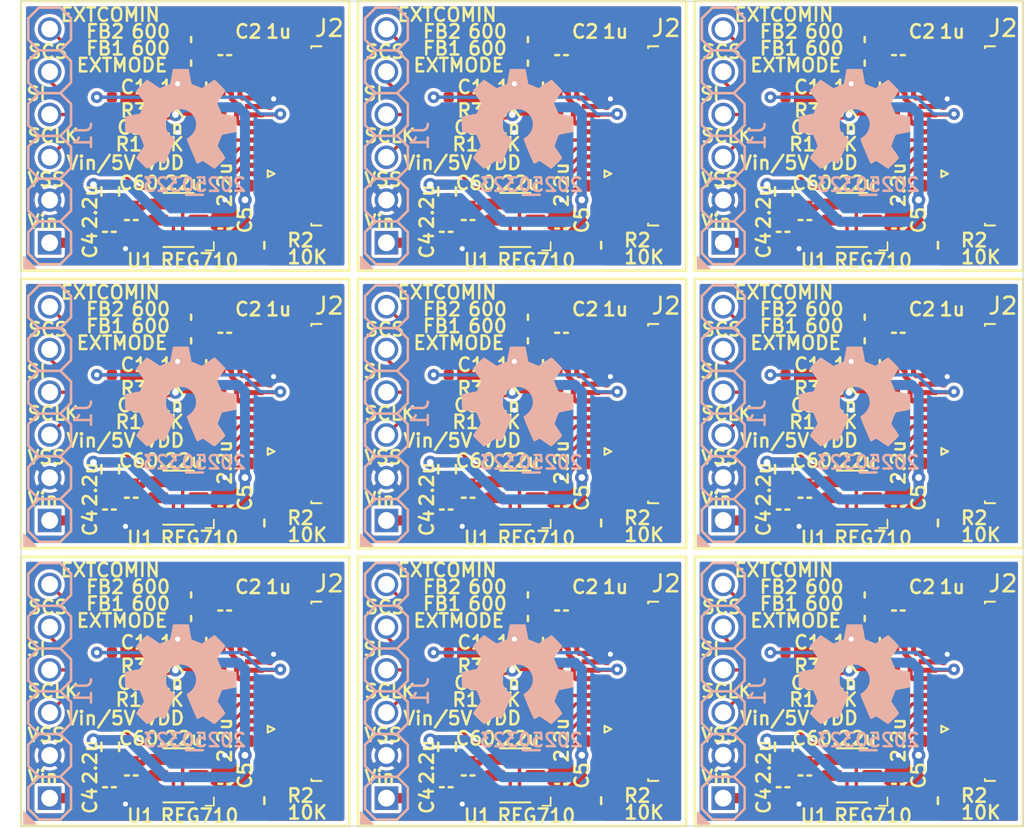
<source format=kicad_pcb>
(kicad_pcb (version 20240108) (generator "pcbnew") (generator_version "8.0")
  (layers (0 "F.Cu" mixed) (31 "B.Cu" mixed) (34 "B.Paste" user) (35 "F.Paste" user) (36 "B.SilkS" user "B.Silkscreen") (37 "F.SilkS" user "F.Silkscreen") (38 "B.Mask" user) (39 "F.Mask" user) (44 "Edge.Cuts" user))
  (net 0 "")
  (net 1 "/VSS")
  (net 2 "/VDD")
  (net 3 "/VSSA")
  (net 4 "/VDDA")
  (net 5 "/DISP")
  (net 6 "/EXTCOMIN")
  (net 7 "/SCS")
  (net 8 "/SI")
  (net 9 "/SCLK")
  (net 10 "/VDD_IN")
  (net 11 "/EXTMODE")
  (net 12 "Net-(U1-Cpump-)")
  (net 13 "Net-(U1-Cpump+)")
  (net 14 "Net-(U1-Enable)")
  (footprint "SquantorSpecial:solder_jumper_0402_3way_12conn" (layer "F.Cu") (at 146.6 68.7 -90)
    (property "Reference" "JP1" (hide yes))
    (property "Value" "EXTMODE")
  )
  (footprint "SquantorResistor:R_0603_hand" (layer "F.Cu") (at 152.2 72.1)
    (property "Reference" "R1")
    (property "Value" "10K")
  )
  (footprint "SquantorSpecial:solder_jumper_0402_2way_noconn" (layer "F.Cu") (at 146.5 74.3 90)
    (property "Reference" "JP2" (hide yes))
    (property "Value" "Vin/5V VDD")
  )
  (footprint "SquantorCapacitor:C_0603" (layer "F.Cu") (at 152.2 70.8 180)
    (property "Reference" "C3")
    (property "Value" "1n")
  )
  (footprint "Connector_FFC-FPC:TE_1-1734839-0_1x10-1MP_P0.5mm_Horizontal" (layer "F.Cu") (at 156.4 71 90)
    (property "Reference" "J2")
    (property "Value" "Conn_01x10")
  )
  (footprint "SquantorCapacitor:C_0603" (layer "F.Cu") (at 153.3 66.2 -90)
    (property "Reference" "C2")
    (property "Value" "1u")
  )
  (footprint "SquantorInductor:L_0603" (layer "F.Cu") (at 151.3 65.5 180)
    (property "Reference" "FB2")
    (property "Value" "600")
  )
  (footprint "SquantorInductor:L_0603" (layer "F.Cu") (at 151.3 66.9 180)
    (property "Reference" "FB1")
    (property "Value" "600")
  )
  (footprint "SquantorCapacitor:C_0603" (layer "F.Cu") (at 152.2 68.2 180)
    (property "Reference" "C1")
    (property "Value" "1u")
  )
  (footprint "SquantorCapacitor:C_0603" (layer "F.Cu") (at 146.45 76.7 -90)
    (property "Reference" "C4")
    (property "Value" "2.2u")
  )
  (footprint "SquantorCapacitor:C_0603" (layer "F.Cu") (at 153.3 76.5 90)
    (property "Reference" "C5")
    (property "Value" "2.2u")
  )
  (footprint "SquantorResistor:R_0603_hand" (layer "F.Cu") (at 155.65 77.5)
    (property "Reference" "R2")
    (property "Value" "10K")
  )
  (footprint "SquantorIC:SOT23-6-HAND" (layer "F.Cu") (at 150.55 76 180)
    (property "Reference" "U1")
    (property "Value" "REG710")
  )
  (footprint "SquantorResistor:R_0603_hand" (layer "F.Cu") (at 152.2 69.5 180)
    (property "Reference" "R3")
    (property "Value" "10K")
  )
  (footprint "SquantorCapacitor:C_0603" (layer "F.Cu") (at 147.75 76 90)
    (property "Reference" "C6")
    (property "Value" "0.22u")
  )
  (footprint "SquantorCapacitor:C_0603" (layer "F.Cu") (at 167.75 92.5 90)
    (property "Reference" "C6")
    (property "Value" "0.22u")
  )
  (footprint "SquantorCapacitor:C_0603" (layer "F.Cu") (at 172.2 87.3 180)
    (property "Reference" "C3")
    (property "Value" "1n")
  )
  (footprint "SquantorInductor:L_0603" (layer "F.Cu") (at 171.3 98.5 180)
    (property "Reference" "FB2")
    (property "Value" "600")
  )
  (footprint "SquantorInductor:L_0603" (layer "F.Cu") (at 151.3 82 180)
    (property "Reference" "FB2")
    (property "Value" "600")
  )
  (footprint "Connector_FFC-FPC:TE_1-1734839-0_1x10-1MP_P0.5mm_Horizontal" (layer "F.Cu") (at 176.4 71 90)
    (property "Reference" "J2")
    (property "Value" "Conn_01x10")
  )
  (footprint "SquantorCapacitor:C_0603" (layer "F.Cu") (at 153.3 82.7 -90)
    (property "Reference" "C2")
    (property "Value" "1u")
  )
  (footprint "SquantorCapacitor:C_0603" (layer "F.Cu") (at 193.3 82.7 -90)
    (property "Reference" "C2")
    (property "Value" "1u")
  )
  (footprint "SquantorInductor:L_0603" (layer "F.Cu") (at 151.3 98.5 180)
    (property "Reference" "FB2")
    (property "Value" "600")
  )
  (footprint "SquantorCapacitor:C_0603" (layer "F.Cu") (at 152.2 101.2 180)
    (property "Reference" "C1")
    (property "Value" "1u")
  )
  (footprint "SquantorResistor:R_0603_hand" (layer "F.Cu") (at 195.65 110.5)
    (property "Reference" "R2")
    (property "Value" "10K")
  )
  (footprint "SquantorSpecial:solder_jumper_0402_2way_noconn" (layer "F.Cu") (at 186.5 107.3 90)
    (property "Reference" "JP2" (hide yes))
    (property "Value" "Vin/5V VDD")
  )
  (footprint "SquantorResistor:R_0603_hand" (layer "F.Cu") (at 192.2 88.6)
    (property "Reference" "R1")
    (property "Value" "10K")
  )
  (footprint "SquantorResistor:R_0603_hand" (layer "F.Cu") (at 195.65 94)
    (property "Reference" "R2")
    (property "Value" "10K")
  )
  (footprint "SquantorResistor:R_0603_hand" (layer "F.Cu") (at 175.65 77.5)
    (property "Reference" "R2")
    (property "Value" "10K")
  )
  (footprint "SquantorCapacitor:C_0603" (layer "F.Cu") (at 192.2 84.7 180)
    (property "Reference" "C1")
    (property "Value" "1u")
  )
  (footprint "SquantorCapacitor:C_0603" (layer "F.Cu") (at 166.45 109.7 -90)
    (property "Reference" "C4")
    (property "Value" "2.2u")
  )
  (footprint "SquantorCapacitor:C_0603" (layer "F.Cu") (at 146.45 93.2 -90)
    (property "Reference" "C4")
    (property "Value" "2.2u")
  )
  (footprint "SquantorResistor:R_0603_hand" (layer "F.Cu") (at 172.2 72.1)
    (property "Reference" "R1")
    (property "Value" "10K")
  )
  (footprint "SquantorCapacitor:C_0603" (layer "F.Cu") (at 172.2 68.2 180)
    (property "Reference" "C1")
    (property "Value" "1u")
  )
  (footprint "SquantorCapacitor:C_0603" (layer "F.Cu") (at 146.45 109.7 -90)
    (property "Reference" "C4")
    (property "Value" "2.2u")
  )
  (footprint "SquantorCapacitor:C_0603" (layer "F.Cu") (at 192.2 103.8 180)
    (property "Reference" "C3")
    (property "Value" "1n")
  )
  (footprint "SquantorSpecial:solder_jumper_0402_3way_12conn" (layer "F.Cu") (at 166.6 101.7 -90)
    (property "Reference" "JP1" (hide yes))
    (property "Value" "EXTMODE")
  )
  (footprint "SquantorSpecial:solder_jumper_0402_3way_12conn" (layer "F.Cu") (at 146.6 85.2 -90)
    (property "Reference" "JP1" (hide yes))
    (property "Value" "EXTMODE")
  )
  (footprint "SquantorResistor:R_0603_hand" (layer "F.Cu") (at 192.2 86 180)
    (property "Reference" "R3")
    (property "Value" "10K")
  )
  (footprint "SquantorCapacitor:C_0603" (layer "F.Cu") (at 192.2 68.2 180)
    (property "Reference" "C1")
    (property "Value" "1u")
  )
  (footprint "SquantorResistor:R_0603_hand" (layer "F.Cu") (at 155.65 110.5)
    (property "Reference" "R2")
    (property "Value" "10K")
  )
  (footprint "SquantorCapacitor:C_0603" (layer "F.Cu") (at 186.45 93.2 -90)
    (property "Reference" "C4")
    (property "Value" "2.2u")
  )
  (footprint "SquantorIC:SOT23-6-HAND" (layer "F.Cu") (at 190.55 109 180)
    (property "Reference" "U1")
    (property "Value" "REG710")
  )
  (footprint "SquantorIC:SOT23-6-HAND" (layer "F.Cu") (at 190.55 92.5 180)
    (property "Reference" "U1")
    (property "Value" "REG710")
  )
  (footprint "SquantorInductor:L_0603" (layer "F.Cu") (at 191.3 99.9 180)
    (property "Reference" "FB1")
    (property "Value" "600")
  )
  (footprint "SquantorResistor:R_0603_hand" (layer "F.Cu") (at 175.65 94)
    (property "Reference" "R2")
    (property "Value" "10K")
  )
  (footprint "SquantorIC:SOT23-6-HAND" (layer "F.Cu") (at 150.55 109 180)
    (property "Reference" "U1")
    (property "Value" "REG710")
  )
  (footprint "SquantorResistor:R_0603_hand" (layer "F.Cu") (at 192.2 102.5 180)
    (property "Reference" "R3")
    (property "Value" "10K")
  )
  (footprint "SquantorCapacitor:C_0603" (layer "F.Cu") (at 173.3 76.5 90)
    (property "Reference" "C5")
    (property "Value" "2.2u")
  )
  (footprint "SquantorIC:SOT23-6-HAND" (layer "F.Cu") (at 170.55 109 180)
    (property "Reference" "U1")
    (property "Value" "REG710")
  )
  (footprint "SquantorCapacitor:C_0603" (layer "F.Cu") (at 192.2 70.8 180)
    (property "Reference" "C3")
    (property "Value" "1n")
  )
  (footprint "SquantorCapacitor:C_0603" (layer "F.Cu") (at 153.3 109.5 90)
    (property "Reference" "C5")
    (property "Value" "2.2u")
  )
  (footprint "SquantorResistor:R_0603_hand" (layer "F.Cu") (at 152.2 102.5 180)
    (property "Reference" "R3")
    (property "Value" "10K")
  )
  (footprint "SquantorCapacitor:C_0603" (layer "F.Cu") (at 186.45 109.7 -90)
    (property "Reference" "C4")
    (property "Value" "2.2u")
  )
  (footprint "SquantorCapacitor:C_0603" (layer "F.Cu") (at 152.2 103.8 180)
    (property "Reference" "C3")
    (property "Value" "1n")
  )
  (footprint "SquantorResistor:R_0603_hand" (layer "F.Cu") (at 192.2 69.5 180)
    (property "Reference" "R3")
    (property "Value" "10K")
  )
  (footprint "SquantorResistor:R_0603_hand" (layer "F.Cu") (at 152.2 105.1)
    (property "Reference" "R1")
    (property "Value" "10K")
  )
  (footprint "SquantorInductor:L_0603" (layer "F.Cu") (at 171.3 99.9 180)
    (property "Reference" "FB1")
    (property "Value" "600")
  )
  (footprint "Connector_FFC-FPC:TE_1-1734839-0_1x10-1MP_P0.5mm_Horizontal" (layer "F.Cu") (at 196.4 87.5 90)
    (property "Reference" "J2")
    (property "Value" "Conn_01x10")
  )
  (footprint "SquantorIC:SOT23-6-HAND" (layer "F.Cu") (at 150.55 92.5 180)
    (property "Reference" "U1")
    (property "Value" "REG710")
  )
  (footprint "SquantorSpecial:solder_jumper_0402_3way_12conn" (layer "F.Cu") (at 186.6 68.7 -90)
    (property "Reference" "JP1" (hide yes))
    (property "Value" "EXTMODE")
  )
  (footprint "SquantorCapacitor:C_0603" (layer "F.Cu") (at 172.2 70.8 180)
    (property "Reference" "C3")
    (property "Value" "1n")
  )
  (footprint "SquantorCapacitor:C_0603" (layer "F.Cu") (at 193.3 93 90)
    (property "Reference" "C5")
    (property "Value" "2.2u")
  )
  (footprint "Connector_FFC-FPC:TE_1-1734839-0_1x10-1MP_P0.5mm_Horizontal" (layer "F.Cu") (at 156.4 104 90)
    (property "Reference" "J2")
    (property "Value" "Conn_01x10")
  )
  (footprint "SquantorCapacitor:C_0603" (layer "F.Cu") (at 187.75 109 90)
    (property "Reference" "C6")
    (property "Value" "0.22u")
  )
  (footprint "SquantorSpecial:solder_jumper_0402_2way_noconn" (layer "F.Cu") (at 166.5 74.3 90)
    (property "Reference" "JP2" (hide yes))
    (property "Value" "Vin/5V VDD")
  )
  (footprint "SquantorIC:SOT23-6-HAND" (layer "F.Cu") (at 170.55 92.5 180)
    (property "Reference" "U1")
    (property "Value" "REG710")
  )
  (footprint "SquantorCapacitor:C_0603" (layer "F.Cu") (at 166.45 76.7 -90)
    (property "Reference" "C4")
    (property "Value" "2.2u")
  )
  (footprint "SquantorResistor:R_0603_hand" (layer "F.Cu") (at 152.2 88.6)
    (property "Reference" "R1")
    (property "Value" "10K")
  )
  (footprint "SquantorInductor:L_0603" (layer "F.Cu") (at 151.3 99.9 180)
    (property "Reference" "FB1")
    (property "Value" "600")
  )
  (footprint "SquantorInductor:L_0603" (layer "F.Cu") (at 171.3 66.9 180)
    (property "Reference" "FB1")
    (property "Value" "600")
  )
  (footprint "SquantorCapacitor:C_0603" (layer "F.Cu") (at 192.2 101.2 180)
    (property "Reference" "C1")
    (property "Value" "1u")
  )
  (footprint "SquantorInductor:L_0603" (layer "F.Cu") (at 191.3 65.5 180)
    (property "Reference" "FB2")
    (property "Value" "600")
  )
  (footprint "SquantorSpecial:solder_jumper_0402_3way_12conn" (layer "F.Cu") (at 146.6 101.7 -90)
    (property "Reference" "JP1" (hide yes))
    (property "Value" "EXTMODE")
  )
  (footprint "SquantorSpecial:solder_jumper_0402_2way_noconn" (layer "F.Cu") (at 186.5 90.8 90)
    (property "Reference" "JP2" (hide yes))
    (property "Value" "Vin/5V VDD")
  )
  (footprint "SquantorInductor:L_0603" (layer "F.Cu") (at 171.3 65.5 180)
    (property "Reference" "FB2")
    (property "Value" "600")
  )
  (footprint "Connector_FFC-FPC:TE_1-1734839-0_1x10-1MP_P0.5mm_Horizontal" (layer "F.Cu") (at 156.4 87.5 90)
    (property "Reference" "J2")
    (property "Value" "Conn_01x10")
  )
  (footprint "SquantorInductor:L_0603" (layer "F.Cu") (at 191.3 66.9 180)
    (property "Reference" "FB1")
    (property "Value" "600")
  )
  (footprint "SquantorInductor:L_0603" (layer "F.Cu") (at 191.3 82 180)
    (property "Reference" "FB2")
    (property "Value" "600")
  )
  (footprint "SquantorCapacitor:C_0603" (layer "F.Cu") (at 147.75 92.5 90)
    (property "Reference" "C6")
    (property "Value" "0.22u")
  )
  (footprint "SquantorIC:SOT23-6-HAND" (layer "F.Cu") (at 190.55 76 180)
    (property "Reference" "U1")
    (property "Value" "REG710")
  )
  (footprint "SquantorCapacitor:C_0603" (layer "F.Cu") (at 153.3 99.2 -90)
    (property "Reference" "C2")
    (property "Value" "1u")
  )
  (footprint "SquantorCapacitor:C_0603" (layer "F.Cu") (at 173.3 66.2 -90)
    (property "Reference" "C2")
    (property "Value" "1u")
  )
  (footprint "SquantorCapacitor:C_0603" (layer "F.Cu") (at 173.3 109.5 90)
    (property "Reference" "C5")
    (property "Value" "2.2u")
  )
  (footprint "SquantorCapacitor:C_0603" (layer "F.Cu") (at 173.3 93 90)
    (property "Reference" "C5")
    (property "Value" "2.2u")
  )
  (footprint "Connector_FFC-FPC:TE_1-1734839-0_1x10-1MP_P0.5mm_Horizontal" (layer "F.Cu") (at 176.4 87.5 90)
    (property "Reference" "J2")
    (property "Value" "Conn_01x10")
  )
  (footprint "SquantorSpecial:solder_jumper_0402_3way_12conn" (layer "F.Cu") (at 166.6 68.7 -90)
    (property "Reference" "JP1" (hide yes))
    (property "Value" "EXTMODE")
  )
  (footprint "SquantorCapacitor:C_0603" (layer "F.Cu") (at 172.2 84.7 180)
    (property "Reference" "C1")
    (property "Value" "1u")
  )
  (footprint "SquantorCapacitor:C_0603" (layer "F.Cu") (at 193.3 66.2 -90)
    (property "Reference" "C2")
    (property "Value" "1u")
  )
  (footprint "SquantorResistor:R_0603_hand" (layer "F.Cu") (at 195.65 77.5)
    (property "Reference" "R2")
    (property "Value" "10K")
  )
  (footprint "SquantorResistor:R_0603_hand" (layer "F.Cu") (at 192.2 105.1)
    (property "Reference" "R1")
    (property "Value" "10K")
  )
  (footprint "SquantorSpecial:solder_jumper_0402_2way_noconn" (layer "F.Cu") (at 186.5 74.3 90)
    (property "Reference" "JP2" (hide yes))
    (property "Value" "Vin/5V VDD")
  )
  (footprint "SquantorResistor:R_0603_hand" (layer "F.Cu") (at 152.2 86 180)
    (property "Reference" "R3")
    (property "Value" "10K")
  )
  (footprint "SquantorResistor:R_0603_hand" (layer "F.Cu") (at 172.2 88.6)
    (property "Reference" "R1")
    (property "Value" "10K")
  )
  (footprint "SquantorResistor:R_0603_hand" (layer "F.Cu") (at 172.2 86 180)
    (property "Reference" "R3")
    (property "Value" "10K")
  )
  (footprint "SquantorResistor:R_0603_hand" (layer "F.Cu") (at 172.2 69.5 180)
    (property "Reference" "R3")
    (property "Value" "10K")
  )
  (footprint "SquantorCapacitor:C_0603" (layer "F.Cu") (at 187.75 92.5 90)
    (property "Reference" "C6")
    (property "Value" "0.22u")
  )
  (footprint "SquantorInductor:L_0603" (layer "F.Cu") (at 191.3 83.4 180)
    (property "Reference" "FB1")
    (property "Value" "600")
  )
  (footprint "SquantorInductor:L_0603" (layer "F.Cu") (at 171.3 82 180)
    (property "Reference" "FB2")
    (property "Value" "600")
  )
  (footprint "SquantorSpecial:solder_jumper_0402_2way_noconn" (layer "F.Cu") (at 166.5 90.8 90)
    (property "Reference" "JP2" (hide yes))
    (property "Value" "Vin/5V VDD")
  )
  (footprint "Connector_FFC-FPC:TE_1-1734839-0_1x10-1MP_P0.5mm_Horizontal" (layer "F.Cu") (at 196.4 71 90)
    (property "Reference" "J2")
    (property "Value" "Conn_01x10")
  )
  (footprint "SquantorSpecial:solder_jumper_0402_2way_noconn" (layer "F.Cu") (at 146.5 107.3 90)
    (property "Reference" "JP2" (hide yes))
    (property "Value" "Vin/5V VDD")
  )
  (footprint "SquantorCapacitor:C_0603" (layer "F.Cu") (at 167.75 109 90)
    (property "Reference" "C6")
    (property "Value" "0.22u")
  )
  (footprint "SquantorInductor:L_0603" (layer "F.Cu") (at 171.3 83.4 180)
    (property "Reference" "FB1")
    (property "Value" "600")
  )
  (footprint "SquantorCapacitor:C_0603" (layer "F.Cu") (at 167.75 76 90)
    (property "Reference" "C6")
    (property "Value" "0.22u")
  )
  (footprint "SquantorCapacitor:C_0603" (layer "F.Cu") (at 166.45 93.2 -90)
    (property "Reference" "C4")
    (property "Value" "2.2u")
  )
  (footprint "SquantorSpecial:solder_jumper_0402_2way_noconn" (layer "F.Cu") (at 166.5 107.3 90)
    (property "Reference" "JP2" (hide yes))
    (property "Value" "Vin/5V VDD")
  )
  (footprint "SquantorSpecial:solder_jumper_0402_3way_12conn" (layer "F.Cu") (at 186.6 101.7 -90)
    (property "Reference" "JP1" (hide yes))
    (property "Value" "EXTMODE")
  )
  (footprint "SquantorSpecial:solder_jumper_0402_2way_noconn" (layer "F.Cu") (at 146.5 90.8 90)
    (property "Reference" "JP2" (hide yes))
    (property "Value" "Vin/5V VDD")
  )
  (footprint "SquantorInductor:L_0603" (layer "F.Cu") (at 191.3 98.5 180)
    (property "Reference" "FB2")
    (property "Value" "600")
  )
  (footprint "SquantorInductor:L_0603" (layer "F.Cu") (at 151.3 83.4 180)
    (property "Reference" "FB1")
    (property "Value" "600")
  )
  (footprint "SquantorCapacitor:C_0603" (layer "F.Cu") (at 172.2 103.8 180)
    (property "Reference" "C3")
    (property "Value" "1n")
  )
  (footprint "SquantorCapacitor:C_0603" (layer "F.Cu") (at 147.75 109 90)
    (property "Reference" "C6")
    (property "Value" "0.22u")
  )
  (footprint "Connector_FFC-FPC:TE_1-1734839-0_1x10-1MP_P0.5mm_Horizontal" (layer "F.Cu") (at 176.4 104 90)
    (property "Reference" "J2")
    (property "Value" "Conn_01x10")
  )
  (footprint "SquantorIC:SOT23-6-HAND" (layer "F.Cu") (at 170.55 76 180)
    (property "Reference" "U1")
    (property "Value" "REG710")
  )
  (footprint "SquantorSpecial:solder_jumper_0402_3way_12conn" (layer "F.Cu") (at 186.6 85.2 -90)
    (property "Reference" "JP1" (hide yes))
    (property "Value" "EXTMODE")
  )
  (footprint "SquantorSpecial:solder_jumper_0402_3way_12conn" (layer "F.Cu") (at 166.6 85.2 -90)
    (property "Reference" "JP1" (hide yes))
    (property "Value" "EXTMODE")
  )
  (footprint "SquantorResistor:R_0603_hand" (layer "F.Cu") (at 172.2 105.1)
    (property "Reference" "R1")
    (property "Value" "10K")
  )
  (footprint "SquantorResistor:R_0603_hand" (layer "F.Cu") (at 172.2 102.5 180)
    (property "Reference" "R3")
    (property "Value" "10K")
  )
  (footprint "SquantorCapacitor:C_0603" (layer "F.Cu") (at 193.3 109.5 90)
    (property "Reference" "C5")
    (property "Value" "2.2u")
  )
  (footprint "SquantorCapacitor:C_0603" (layer "F.Cu") (at 186.45 76.7 -90)
    (property "Reference" "C4")
    (property "Value" "2.2u")
  )
  (footprint "Connector_FFC-FPC:TE_1-1734839-0_1x10-1MP_P0.5mm_Horizontal" (layer "F.Cu") (at 196.4 104 90)
    (property "Reference" "J2")
    (property "Value" "Conn_01x10")
  )
  (footprint "SquantorResistor:R_0603_hand" (layer "F.Cu") (at 192.2 72.1)
    (property "Reference" "R1")
    (property "Value" "10K")
  )
  (footprint "SquantorCapacitor:C_0603" (layer "F.Cu") (at 192.2 87.3 180)
    (property "Reference" "C3")
    (property "Value" "1n")
  )
  (footprint "SquantorResistor:R_0603_hand" (layer "F.Cu") (at 155.65 94)
    (property "Reference" "R2")
    (property "Value" "10K")
  )
  (footprint "SquantorCapacitor:C_0603" (layer "F.Cu") (at 172.2 101.2 180)
    (property "Reference" "C1")
    (property "Value" "1u")
  )
  (footprint "SquantorCapacitor:C_0603" (layer "F.Cu") (at 187.75 76 90)
    (property "Reference" "C6")
    (property "Value" "0.22u")
  )
  (footprint "SquantorCapacitor:C_0603" (layer "F.Cu") (at 193.3 99.2 -90)
    (property "Reference" "C2")
    (property "Value" "1u")
  )
  (footprint "SquantorCapacitor:C_0603" (layer "F.Cu") (at 173.3 82.7 -90)
    (property "Reference" "C2")
    (property "Value" "1u")
  )
  (footprint "SquantorResistor:R_0603_hand" (layer "F.Cu") (at 175.65 110.5)
    (property "Reference" "R2")
    (property "Value" "10K")
  )
  (footprint "SquantorCapacitor:C_0603" (layer "F.Cu") (at 193.3 76.5 90)
    (property "Reference" "C5")
    (property "Value" "2.2u")
  )
  (footprint "SquantorCapacitor:C_0603" (layer "F.Cu") (at 173.3 99.2 -90)
    (property "Reference" "C2")
    (property "Value" "1u")
  )
  (footprint "SquantorCapacitor:C_0603" (layer "F.Cu") (at 153.3 93 90)
    (property "Reference" "C5")
    (property "Value" "2.2u")
  )
  (footprint "SquantorCapacitor:C_0603" (layer "F.Cu") (at 152.2 84.7 180)
    (property "Reference" "C1")
    (property "Value" "1u")
  )
  (footprint "SquantorCapacitor:C_0603" (layer "F.Cu") (at 152.2 87.3 180)
    (property "Reference" "C3")
    (property "Value" "1n")
  )
  (footprint "SquantorLabels:Label_Generic" (layer "B.Cu") (at 151.5 73.9 180)
    (property "Reference" "N1" (hide yes))
    (property "Value" "20250323")
  )
  (footprint "Symbol:OSHW-Symbol_6.7x6mm_SilkScreen" (layer "B.Cu") (at 150.7 70 180)
    (property "Reference" "N2" (hide yes))
    (property "Value" "OHWLOGO" (hide yes))
  )
  (footprint "SquantorConnectors:Header-0254-1X06-H010" (layer "B.Cu") (at 142.9 71 90)
    (property "Reference" "J1")
    (property "Value" "Conn_01x06")
  )
  (footprint "SquantorConnectors:Header-0254-1X06-H010" (layer "B.Cu") (at 162.9 71 90)
    (property "Reference" "J1")
    (property "Value" "Conn_01x06")
  )
  (footprint "Symbol:OSHW-Symbol_6.7x6mm_SilkScreen" (layer "B.Cu") (at 150.7 86.5 180)
    (property "Reference" "N2" (hide yes))
    (property "Value" "OHWLOGO" (hide yes))
  )
  (footprint "SquantorConnectors:Header-0254-1X06-H010" (layer "B.Cu") (at 182.9 87.5 90)
    (property "Reference" "J1")
    (property "Value" "Conn_01x06")
  )
  (footprint "SquantorLabels:Label_Generic" (layer "B.Cu") (at 191.5 73.9 180)
    (property "Reference" "N1" (hide yes))
    (property "Value" "20250323")
  )
  (footprint "SquantorLabels:Label_Generic" (layer "B.Cu") (at 171.5 106.9 180)
    (property "Reference" "N1" (hide yes))
    (property "Value" "20250323")
  )
  (footprint "Symbol:OSHW-Symbol_6.7x6mm_SilkScreen" (layer "B.Cu") (at 170.7 103 180)
    (property "Reference" "N2" (hide yes))
    (property "Value" "OHWLOGO" (hide yes))
  )
  (footprint "SquantorConnectors:Header-0254-1X06-H010" (layer "B.Cu") (at 182.9 71 90)
    (property "Reference" "J1")
    (property "Value" "Conn_01x06")
  )
  (footprint "Symbol:OSHW-Symbol_6.7x6mm_SilkScreen" (layer "B.Cu") (at 190.7 70 180)
    (property "Reference" "N2" (hide yes))
    (property "Value" "OHWLOGO" (hide yes))
  )
  (footprint "SquantorLabels:Label_Generic" (layer "B.Cu") (at 191.5 90.4 180)
    (property "Reference" "N1" (hide yes))
    (property "Value" "20250323")
  )
  (footprint "Symbol:OSHW-Symbol_6.7x6mm_SilkScreen" (layer "B.Cu") (at 190.7 103 180)
    (property "Reference" "N2" (hide yes))
    (property "Value" "OHWLOGO" (hide yes))
  )
  (footprint "SquantorConnectors:Header-0254-1X06-H010" (layer "B.Cu") (at 142.9 87.5 90)
    (property "Reference" "J1")
    (property "Value" "Conn_01x06")
  )
  (footprint "SquantorConnectors:Header-0254-1X06-H010" (layer "B.Cu") (at 182.9 104 90)
    (property "Reference" "J1")
    (property "Value" "Conn_01x06")
  )
  (footprint "SquantorConnectors:Header-0254-1X06-H010" (layer "B.Cu") (at 142.9 104 90)
    (property "Reference" "J1")
    (property "Value" "Conn_01x06")
  )
  (footprint "SquantorConnectors:Header-0254-1X06-H010" (layer "B.Cu") (at 162.9 87.5 90)
    (property "Reference" "J1")
    (property "Value" "Conn_01x06")
  )
  (footprint "SquantorLabels:Label_Generic" (layer "B.Cu") (at 191.5 106.9 180)
    (property "Reference" "N1" (hide yes))
    (property "Value" "20250323")
  )
  (footprint "Symbol:OSHW-Symbol_6.7x6mm_SilkScreen" (layer "B.Cu") (at 170.7 70 180)
    (property "Reference" "N2" (hide yes))
    (property "Value" "OHWLOGO" (hide yes))
  )
  (footprint "SquantorLabels:Label_Generic" (layer "B.Cu") (at 151.5 106.9 180)
    (property "Reference" "N1" (hide yes))
    (property "Value" "20250323")
  )
  (footprint "Symbol:OSHW-Symbol_6.7x6mm_SilkScreen" (layer "B.Cu") (at 190.7 86.5 180)
    (property "Reference" "N2" (hide yes))
    (property "Value" "OHWLOGO" (hide yes))
  )
  (footprint "SquantorLabels:Label_Generic" (layer "B.Cu") (at 171.5 90.4 180)
    (property "Reference" "N1" (hide yes))
    (property "Value" "20250323")
  )
  (footprint "SquantorLabels:Label_Generic" (layer "B.Cu") (at 171.5 73.9 180)
    (property "Reference" "N1" (hide yes))
    (property "Value" "20250323")
  )
  (footprint "SquantorConnectors:Header-0254-1X06-H010" (layer "B.Cu") (at 162.9 104 90)
    (property "Reference" "J1")
    (property "Value" "Conn_01x06")
  )
  (footprint "SquantorLabels:Label_Generic" (layer "B.Cu") (at 151.5 90.4 180)
    (property "Reference" "N1" (hide yes))
    (property "Value" "20250323")
  )
  (footprint "Symbol:OSHW-Symbol_6.7x6mm_SilkScreen" (layer "B.Cu") (at 150.7 103 180)
    (property "Reference" "N2" (hide yes))
    (property "Value" "OHWLOGO" (hide yes))
  )
  (footprint "Symbol:OSHW-Symbol_6.7x6mm_SilkScreen" (layer "B.Cu") (at 170.7 86.5 180)
    (property "Reference" "N2" (hide yes))
    (property "Value" "OHWLOGO" (hide yes))
  )
  (gr_line (start 141.2 79) (end 141.2 63) (stroke (width 0.15)) (layer "F.SilkS"))
  (gr_line (start 200.7 79.5) (end 200.7 95.5) (stroke (width 0.15)) (layer "F.SilkS"))
  (gr_line (start 180.7 96) (end 180.7 112) (stroke (width 0.15)) (layer "F.SilkS"))
  (gr_line (start 181.2 79) (end 181.2 63) (stroke (width 0.15)) (layer "F.SilkS"))
  (gr_line (start 200.7 79) (end 181.2 79) (stroke (width 0.15)) (layer "F.SilkS"))
  (gr_line (start 161.2 79) (end 161.2 63) (stroke (width 0.15)) (layer "F.SilkS"))
  (gr_line (start 181.2 95.5) (end 181.2 79.5) (stroke (width 0.15)) (layer "F.SilkS"))
  (gr_line (start 161.2 112) (end 161.2 96) (stroke (width 0.15)) (layer "F.SilkS"))
  (gr_line (start 141.2 63) (end 160.7 63) (stroke (width 0.15)) (layer "F.SilkS"))
  (gr_line (start 161.2 95.5) (end 161.2 79.5) (stroke (width 0.15)) (layer "F.SilkS"))
  (gr_line (start 141.2 96) (end 160.7 96) (stroke (width 0.15)) (layer "F.SilkS"))
  (gr_line (start 161.2 96) (end 180.7 96) (stroke (width 0.15)) (layer "F.SilkS"))
  (gr_line (start 141.2 95.5) (end 141.2 79.5) (stroke (width 0.15)) (layer "F.SilkS"))
  (gr_line (start 180.7 79.5) (end 180.7 95.5) (stroke (width 0.15)) (layer "F.SilkS"))
  (gr_line (start 180.7 79) (end 161.2 79) (stroke (width 0.15)) (layer "F.SilkS"))
  (gr_line (start 180.7 112) (end 161.2 112) (stroke (width 0.15)) (layer "F.SilkS"))
  (gr_line (start 180.7 63) (end 180.7 79) (stroke (width 0.15)) (layer "F.SilkS"))
  (gr_line (start 200.7 96) (end 200.7 112) (stroke (width 0.15)) (layer "F.SilkS"))
  (gr_line (start 160.7 79) (end 141.2 79) (stroke (width 0.15)) (layer "F.SilkS"))
  (gr_line (start 181.2 79.5) (end 200.7 79.5) (stroke (width 0.15)) (layer "F.SilkS"))
  (gr_line (start 160.7 112) (end 141.2 112) (stroke (width 0.15)) (layer "F.SilkS"))
  (gr_line (start 161.2 63) (end 180.7 63) (stroke (width 0.15)) (layer "F.SilkS"))
  (gr_line (start 200.7 63) (end 200.7 79) (stroke (width 0.15)) (layer "F.SilkS"))
  (gr_line (start 180.7 95.5) (end 161.2 95.5) (stroke (width 0.15)) (layer "F.SilkS"))
  (gr_line (start 141.2 112) (end 141.2 96) (stroke (width 0.15)) (layer "F.SilkS"))
  (gr_line (start 160.7 63) (end 160.7 79) (stroke (width 0.15)) (layer "F.SilkS"))
  (gr_line (start 181.2 63) (end 200.7 63) (stroke (width 0.15)) (layer "F.SilkS"))
  (gr_line (start 160.7 79.5) (end 160.7 95.5) (stroke (width 0.15)) (layer "F.SilkS"))
  (gr_line (start 160.7 96) (end 160.7 112) (stroke (width 0.15)) (layer "F.SilkS"))
  (gr_line (start 200.7 95.5) (end 181.2 95.5) (stroke (width 0.15)) (layer "F.SilkS"))
  (gr_line (start 181.2 96) (end 200.7 96) (stroke (width 0.15)) (layer "F.SilkS"))
  (gr_line (start 141.2 79.5) (end 160.7 79.5) (stroke (width 0.15)) (layer "F.SilkS"))
  (gr_line (start 200.7 112) (end 181.2 112) (stroke (width 0.15)) (layer "F.SilkS"))
  (gr_line (start 181.2 112) (end 181.2 96) (stroke (width 0.15)) (layer "F.SilkS"))
  (gr_line (start 161.2 79.5) (end 180.7 79.5) (stroke (width 0.15)) (layer "F.SilkS"))
  (gr_line (start 160.7 95.5) (end 141.2 95.5) (stroke (width 0.15)) (layer "F.SilkS"))
  (gr_line (start 141.2 112) (end 141.2 63) (stroke (width 0.05)) (layer "Edge.Cuts"))
  (gr_line (start 141.2 63) (end 200.7 63) (stroke (width 0.05)) (layer "Edge.Cuts"))
  (gr_line (start 200.7 112) (end 141.2 112) (stroke (width 0.05)) (layer "Edge.Cuts"))
  (gr_line (start 200.7 63) (end 200.7 112) (stroke (width 0.05)) (layer "Edge.Cuts"))
  (gr_text "SCS" (at 182.8 99 0) (layer "F.SilkS") (effects (font (size 0.8 0.8) (thickness 0.15) (bold yes))))
  (gr_text "SI" (at 182.1 68.5 0) (layer "F.SilkS") (effects (font (size 0.8 0.8) (thickness 0.15) (bold yes))))
  (gr_text "SCS" (at 162.8 66 0) (layer "F.SilkS") (effects (font (size 0.8 0.8) (thickness 0.15) (bold yes))))
  (gr_text "SCLK" (at 163.1 71 0) (layer "F.SilkS") (effects (font (size 0.8 0.8) (thickness 0.15) (bold yes))))
  (gr_text "VSS" (at 142.7 90.1 0) (layer "F.SilkS") (effects (font (size 0.8 0.8) (thickness 0.15) (bold yes))))
  (gr_text "SCLK" (at 183.1 87.5 0) (layer "F.SilkS") (effects (font (size 0.8 0.8) (thickness 0.15) (bold yes))))
  (gr_text "SCLK" (at 143.1 104 0) (layer "F.SilkS") (effects (font (size 0.8 0.8) (thickness 0.15) (bold yes))))
  (gr_text "Vin" (at 142.5 109.1 0) (layer "F.SilkS") (effects (font (size 0.8 0.8) (thickness 0.15) (bold yes))))
  (gr_text "SI" (at 182.1 85 0) (layer "F.SilkS") (effects (font (size 0.8 0.8) (thickness 0.15) (bold yes))))
  (gr_text "SCLK" (at 143.1 87.5 0) (layer "F.SilkS") (effects (font (size 0.8 0.8) (thickness 0.15) (bold yes))))
  (gr_text "SCS" (at 142.8 66 0) (layer "F.SilkS") (effects (font (size 0.8 0.8) (thickness 0.15) (bold yes))))
  (gr_text "SCS" (at 162.8 99 0) (layer "F.SilkS") (effects (font (size 0.8 0.8) (thickness 0.15) (bold yes))))
  (gr_text "Vin" (at 182.5 92.6 0) (layer "F.SilkS") (effects (font (size 0.8 0.8) (thickness 0.15) (bold yes))))
  (gr_text "EXTCOMIN" (at 146.5 96.8 0) (layer "F.SilkS") (effects (font (size 0.8 0.8) (thickness 0.15) (bold yes))))
  (gr_text "VSS" (at 182.7 106.6 0) (layer "F.SilkS") (effects (font (size 0.8 0.8) (thickness 0.15) (bold yes))))
  (gr_text "EXTCOMIN" (at 146.5 80.3 0) (layer "F.SilkS") (effects (font (size 0.8 0.8) (thickness 0.15) (bold yes))))
  (gr_text "SI" (at 142.1 68.5 0) (layer "F.SilkS") (effects (font (size 0.8 0.8) (thickness 0.15) (bold yes))))
  (gr_text "SI" (at 142.1 101.5 0) (layer "F.SilkS") (effects (font (size 0.8 0.8) (thickness 0.15) (bold yes))))
  (gr_text "SCS" (at 162.8 82.5 0) (layer "F.SilkS") (effects (font (size 0.8 0.8) (thickness 0.15) (bold yes))))
  (gr_text "SI" (at 162.1 101.5 0) (layer "F.SilkS") (effects (font (size 0.8 0.8) (thickness 0.15) (bold yes))))
  (gr_text "SCS" (at 182.8 66 0) (layer "F.SilkS") (effects (font (size 0.8 0.8) (thickness 0.15) (bold yes))))
  (gr_text "SCS" (at 142.8 99 0) (layer "F.SilkS") (effects (font (size 0.8 0.8) (thickness 0.15) (bold yes))))
  (gr_text "EXTCOMIN" (at 166.5 80.3 0) (layer "F.SilkS") (effects (font (size 0.8 0.8) (thickness 0.15) (bold yes))))
  (gr_text "EXTCOMIN" (at 166.5 96.8 0) (layer "F.SilkS") (effects (font (size 0.8 0.8) (thickness 0.15) (bold yes))))
  (gr_text "SI" (at 142.1 85 0) (layer "F.SilkS") (effects (font (size 0.8 0.8) (thickness 0.15) (bold yes))))
  (gr_text "Vin" (at 162.5 76.1 0) (layer "F.SilkS") (effects (font (size 0.8 0.8) (thickness 0.15) (bold yes))))
  (gr_text "SI" (at 162.1 85 0) (layer "F.SilkS") (effects (font (size 0.8 0.8) (thickness 0.15) (bold yes))))
  (gr_text "Vin" (at 142.5 76.1 0) (layer "F.SilkS") (effects (font (size 0.8 0.8) (thickness 0.15) (bold yes))))
  (gr_text "SCS" (at 142.8 82.5 0) (layer "F.SilkS") (effects (font (size 0.8 0.8) (thickness 0.15) (bold yes))))
  (gr_text "EXTCOMIN" (at 146.5 63.8 0) (layer "F.SilkS") (effects (font (size 0.8 0.8) (thickness 0.15) (bold yes))))
  (gr_text "VSS" (at 162.7 90.1 0) (layer "F.SilkS") (effects (font (size 0.8 0.8) (thickness 0.15) (bold yes))))
  (gr_text "Vin" (at 182.5 109.1 0) (layer "F.SilkS") (effects (font (size 0.8 0.8) (thickness 0.15) (bold yes))))
  (gr_text "Vin" (at 162.5 92.6 0) (layer "F.SilkS") (effects (font (size 0.8 0.8) (thickness 0.15) (bold yes))))
  (gr_text "VSS" (at 162.7 73.6 0) (layer "F.SilkS") (effects (font (size 0.8 0.8) (thickness 0.15) (bold yes))))
  (gr_text "Vin" (at 182.5 76.1 0) (layer "F.SilkS") (effects (font (size 0.8 0.8) (thickness 0.15) (bold yes))))
  (gr_text "VSS" (at 182.7 73.6 0) (layer "F.SilkS") (effects (font (size 0.8 0.8) (thickness 0.15) (bold yes))))
  (gr_text "SCLK" (at 163.1 87.5 0) (layer "F.SilkS") (effects (font (size 0.8 0.8) (thickness 0.15) (bold yes))))
  (gr_text "SCS" (at 182.8 82.5 0) (layer "F.SilkS") (effects (font (size 0.8 0.8) (thickness 0.15) (bold yes))))
  (gr_text "SCLK" (at 183.1 71 0) (layer "F.SilkS") (effects (font (size 0.8 0.8) (thickness 0.15) (bold yes))))
  (gr_text "VSS" (at 142.7 106.6 0) (layer "F.SilkS") (effects (font (size 0.8 0.8) (thickness 0.15) (bold yes))))
  (gr_text "VSS" (at 142.7 73.6 0) (layer "F.SilkS") (effects (font (size 0.8 0.8) (thickness 0.15) (bold yes))))
  (gr_text "EXTCOMIN" (at 166.5 63.8 0) (layer "F.SilkS") (effects (font (size 0.8 0.8) (thickness 0.15) (bold yes))))
  (gr_text "EXTCOMIN" (at 186.5 63.8 0) (layer "F.SilkS") (effects (font (size 0.8 0.8) (thickness 0.15) (bold yes))))
  (gr_text "SCLK" (at 143.1 71 0) (layer "F.SilkS") (effects (font (size 0.8 0.8) (thickness 0.15) (bold yes))))
  (gr_text "EXTCOMIN" (at 186.5 96.8 0) (layer "F.SilkS") (effects (font (size 0.8 0.8) (thickness 0.15) (bold yes))))
  (gr_text "VSS" (at 162.7 106.6 0) (layer "F.SilkS") (effects (font (size 0.8 0.8) (thickness 0.15) (bold yes))))
  (gr_text "EXTCOMIN" (at 186.5 80.3 0) (layer "F.SilkS") (effects (font (size 0.8 0.8) (thickness 0.15) (bold yes))))
  (gr_text "Vin" (at 162.5 109.1 0) (layer "F.SilkS") (effects (font (size 0.8 0.8) (thickness 0.15) (bold yes))))
  (gr_text "SCLK" (at 183.1 104 0) (layer "F.SilkS") (effects (font (size 0.8 0.8) (thickness 0.15) (bold yes))))
  (gr_text "Vin" (at 142.5 92.6 0) (layer "F.SilkS") (effects (font (size 0.8 0.8) (thickness 0.15) (bold yes))))
  (gr_text "SCLK" (at 163.1 104 0) (layer "F.SilkS") (effects (font (size 0.8 0.8) (thickness 0.15) (bold yes))))
  (gr_text "SI" (at 182.1 101.5 0) (layer "F.SilkS") (effects (font (size 0.8 0.8) (thickness 0.15) (bold yes))))
  (gr_text "SI" (at 162.1 68.5 0) (layer "F.SilkS") (effects (font (size 0.8 0.8) (thickness 0.15) (bold yes))))
  (gr_text "VSS" (at 182.7 90.1 0) (layer "F.SilkS") (effects (font (size 0.8 0.8) (thickness 0.15) (bold yes))))
  (segment (start 172.75 75.75) (end 173.3 75.75) (width 0.4) (layer "F.Cu") (net 1))
  (segment (start 195.75 102.25) (end 196.2 101.8) (width 0.3) (layer "F.Cu") (net 1))
  (segment (start 171.75 92.5) (end 172.5 92.5) (width 0.4) (layer "F.Cu") (net 1))
  (segment (start 171.75 76) (end 172.5 76) (width 0.4) (layer "F.Cu") (net 1))
  (segment (start 175.75 102.25) (end 176.2 101.8) (width 0.3) (layer "F.Cu") (net 1))
  (segment (start 151.75 76) (end 152.5 76) (width 0.4) (layer "F.Cu") (net 1))
  (segment (start 172.5 76) (end 172.75 75.75) (width 0.4) (layer "F.Cu") (net 1))
  (segment (start 192.5 92.5) (end 192.75 92.25) (width 0.4) (layer "F.Cu") (net 1))
  (segment (start 192.5 109) (end 192.75 108.75) (width 0.4) (layer "F.Cu") (net 1))
  (segment (start 195.05 69.25) (end 195.75 69.25) (width 0.3) (layer "F.Cu") (net 1))
  (segment (start 152.5 109) (end 152.75 108.75) (width 0.4) (layer "F.Cu") (net 1))
  (segment (start 195.05 102.25) (end 195.75 102.25) (width 0.3) (layer "F.Cu") (net 1))
  (segment (start 191.75 76) (end 192.5 76) (width 0.4) (layer "F.Cu") (net 1))
  (segment (start 152.75 75.75) (end 153.3 75.75) (width 0.4) (layer "F.Cu") (net 1))
  (segment (start 192.75 108.75) (end 193.3 108.75) (width 0.4) (layer "F.Cu") (net 1))
  (segment (start 152.75 108.75) (end 153.3 108.75) (width 0.4) (layer "F.Cu") (net 1))
  (segment (start 155.75 102.25) (end 156.2 101.8) (width 0.3) (layer "F.Cu") (net 1))
  (segment (start 172.5 109) (end 172.75 108.75) (width 0.4) (layer "F.Cu") (net 1))
  (segment (start 171.75 109) (end 172.5 109) (width 0.4) (layer "F.Cu") (net 1))
  (segment (start 155.75 69.25) (end 156.2 68.8) (width 0.3) (layer "F.Cu") (net 1))
  (segment (start 175.05 102.25) (end 175.75 102.25) (width 0.3) (layer "F.Cu") (net 1))
  (segment (start 191.75 109) (end 192.5 109) (width 0.4) (layer "F.Cu") (net 1))
  (segment (start 192.75 92.25) (end 193.3 92.25) (width 0.4) (layer "F.Cu") (net 1))
  (segment (start 192.5 76) (end 192.75 75.75) (width 0.4) (layer "F.Cu") (net 1))
  (segment (start 155.75 85.75) (end 156.2 85.3) (width 0.3) (layer "F.Cu") (net 1))
  (segment (start 155.05 102.25) (end 155.75 102.25) (width 0.3) (layer "F.Cu") (net 1))
  (segment (start 195.75 85.75) (end 196.2 85.3) (width 0.3) (layer "F.Cu") (net 1))
  (segment (start 155.05 85.75) (end 155.75 85.75) (width 0.3) (layer "F.Cu") (net 1))
  (segment (start 152.5 76) (end 152.75 75.75) (width 0.4) (layer "F.Cu") (net 1))
  (segment (start 155.05 69.25) (end 155.75 69.25) (width 0.3) (layer "F.Cu") (net 1))
  (segment (start 175.05 85.75) (end 175.75 85.75) (width 0.3) (layer "F.Cu") (net 1))
  (segment (start 195.75 69.25) (end 196.2 68.8) (width 0.3) (layer "F.Cu") (net 1))
  (segment (start 151.75 109) (end 152.5 109) (width 0.4) (layer "F.Cu") (net 1))
  (segment (start 152.5 92.5) (end 152.75 92.25) (width 0.4) (layer "F.Cu") (net 1))
  (segment (start 151.75 92.5) (end 152.5 92.5) (width 0.4) (layer "F.Cu") (net 1))
  (segment (start 172.5 92.5) (end 172.75 92.25) (width 0.4) (layer "F.Cu") (net 1))
  (segment (start 172.75 108.75) (end 173.3 108.75) (width 0.4) (layer "F.Cu") (net 1))
  (segment (start 152.75 92.25) (end 153.3 92.25) (width 0.4) (layer "F.Cu") (net 1))
  (segment (start 175.75 85.75) (end 176.2 85.3) (width 0.3) (layer "F.Cu") (net 1))
  (segment (start 175.05 69.25) (end 175.75 69.25) (width 0.3) (layer "F.Cu") (net 1))
  (segment (start 175.75 69.25) (end 176.2 68.8) (width 0.3) (layer "F.Cu") (net 1))
  (segment (start 195.05 85.75) (end 195.75 85.75) (width 0.3) (layer "F.Cu") (net 1))
  (segment (start 192.75 75.75) (end 193.3 75.75) (width 0.4) (layer "F.Cu") (net 1))
  (segment (start 172.75 92.25) (end 173.3 92.25) (width 0.4) (layer "F.Cu") (net 1))
  (segment (start 191.75 92.5) (end 192.5 92.5) (width 0.4) (layer "F.Cu") (net 1))
  (via (at 150.5 67.9) (size 0.7) (drill 0.3) (layers "F.Cu" "B.Cu") (net 1))
  (via (at 187.4 110.7) (size 0.7) (drill 0.3) (layers "F.Cu" "B.Cu") (net 1))
  (via (at 193.3 107.8) (size 0.7) (drill 0.3) (layers "F.Cu" "B.Cu") (net 1))
  (via (at 156.2 101.8) (size 0.7) (drill 0.3) (layers "F.Cu" "B.Cu") (net 1))
  (via (at 176.2 85.3) (size 0.7) (drill 0.3) (layers "F.Cu" "B.Cu") (net 1))
  (via (at 150.5 87.3) (size 0.7) (drill 0.3) (layers "F.Cu" "B.Cu") (net 1))
  (via (at 147.4 110.7) (size 0.7) (drill 0.3) (layers "F.Cu" "B.Cu") (net 1))
  (via (at 167.4 94.2) (size 0.7) (drill 0.3) (layers "F.Cu" "B.Cu") (net 1))
  (via (at 190.5 70.8) (size 0.7) (drill 0.3) (layers "F.Cu" "B.Cu") (net 1))
  (via (at 167.4 110.7) (size 0.7) (drill 0.3) (layers "F.Cu" "B.Cu") (net 1))
  (via (at 170.5 100.9) (size 0.7) (drill 0.3) (layers "F.Cu" "B.Cu") (net 1))
  (via (at 156.2 85.3) (size 0.7) (drill 0.3) (layers "F.Cu" "B.Cu") (net 1))
  (via (at 170.5 87.3) (size 0.7) (drill 0.3) (layers "F.Cu" "B.Cu") (net 1))
  (via (at 190.5 103.8) (size 0.7) (drill 0.3) (layers "F.Cu" "B.Cu") (net 1))
  (via (at 153.3 74.8) (size 0.7) (drill 0.3) (layers "F.Cu" "B.Cu") (net 1))
  (via (at 167.4 77.7) (size 0.7) (drill 0.3) (layers "F.Cu" "B.Cu") (net 1))
  (via (at 153.3 91.3) (size 0.7) (drill 0.3) (layers "F.Cu" "B.Cu") (net 1))
  (via (at 147.4 94.2) (size 0.7) (drill 0.3) (layers "F.Cu" "B.Cu") (net 1))
  (via (at 173.3 74.8) (size 0.7) (drill 0.3) (layers "F.Cu" "B.Cu") (net 1))
  (via (at 170.5 103.8) (size 0.7) (drill 0.3) (layers "F.Cu" "B.Cu") (net 1))
  (via (at 150.5 100.9) (size 0.7) (drill 0.3) (layers "F.Cu" "B.Cu") (net 1))
  (via (at 176.2 68.8) (size 0.7) (drill 0.3) (layers "F.Cu" "B.Cu") (net 1))
  (via (at 150.5 103.8) (size 0.7) (drill 0.3) (layers "F.Cu" "B.Cu") (net 1))
  (via (at 153.3 107.8) (size 0.7) (drill 0.3) (layers "F.Cu" "B.Cu") (net 1))
  (via (at 193.3 91.3) (size 0.7) (drill 0.3) (layers "F.Cu" "B.Cu") (net 1))
  (via (at 150.5 70.8) (size 0.7) (drill 0.3) (layers "F.Cu" "B.Cu") (net 1))
  (via (at 190.5 84.4) (size 0.7) (drill 0.3) (layers "F.Cu" "B.Cu") (net 1))
  (via (at 170.5 67.9) (size 0.7) (drill 0.3) (layers "F.Cu" "B.Cu") (net 1))
  (via (at 156.2 68.8) (size 0.7) (drill 0.3) (layers "F.Cu" "B.Cu") (net 1))
  (via (at 196.2 68.8) (size 0.7) (drill 0.3) (layers "F.Cu" "B.Cu") (net 1))
  (via (at 190.5 87.3) (size 0.7) (drill 0.3) (layers "F.Cu" "B.Cu") (net 1))
  (via (at 187.4 94.2) (size 0.7) (drill 0.3) (layers "F.Cu" "B.Cu") (net 1))
  (via (at 176.2 101.8) (size 0.7) (drill 0.3) (layers "F.Cu" "B.Cu") (net 1))
  (via (at 196.2 85.3) (size 0.7) (drill 0.3) (layers "F.Cu" "B.Cu") (net 1))
  (via (at 196.2 101.8) (size 0.7) (drill 0.3) (layers "F.Cu" "B.Cu") (net 1))
  (via (at 150.5 84.4) (size 0.7) (drill 0.3) (layers "F.Cu" "B.Cu") (net 1))
  (via (at 190.5 100.9) (size 0.7) (drill 0.3) (layers "F.Cu" "B.Cu") (net 1))
  (via (at 147.4 77.7) (size 0.7) (drill 0.3) (layers "F.Cu" "B.Cu") (net 1))
  (via (at 193.3 74.8) (size 0.7) (drill 0.3) (layers "F.Cu" "B.Cu") (net 1))
  (via (at 170.5 84.4) (size 0.7) (drill 0.3) (layers "F.Cu" "B.Cu") (net 1))
  (via (at 170.5 70.8) (size 0.7) (drill 0.3) (layers "F.Cu" "B.Cu") (net 1))
  (via (at 173.3 91.3) (size 0.7) (drill 0.3) (layers "F.Cu" "B.Cu") (net 1))
  (via (at 187.4 77.7) (size 0.7) (drill 0.3) (layers "F.Cu" "B.Cu") (net 1))
  (via (at 173.3 107.8) (size 0.7) (drill 0.3) (layers "F.Cu" "B.Cu") (net 1))
  (via (at 190.5 67.9) (size 0.7) (drill 0.3) (layers "F.Cu" "B.Cu") (net 1))
  (segment (start 186.6 86) (end 189.6 86) (width 0.2) (layer "F.Cu") (net 2))
  (segment (start 169.829113 69.729113) (end 170.370181 69.729113) (width 0.6) (layer "F.Cu") (net 2))
  (segment (start 175.05 70.25) (end 174.15 70.25) (width 0.3) (layer "F.Cu") (net 2))
  (segment (start 152.45 109.95) (end 152.75 110.25) (width 0.4) (layer "F.Cu") (net 2))
  (segment (start 190.674135 69.5) (end 191.35 69.5) (width 0.6) (layer "F.Cu") (net 2))
  (segment (start 150.370181 86.229113) (end 150.445022 86.229113) (width 0.6) (layer "F.Cu") (net 2))
  (segment (start 149.6 86) (end 149.829113 86.229113) (width 0.6) (layer "F.Cu") (net 2))
  (segment (start 169.829113 102.729113) (end 170.370181 102.729113) (width 0.6) (layer "F.Cu") (net 2))
  (segment (start 152.75 110.25) (end 153.3 110.25) (width 0.4) (layer "F.Cu") (net 2))
  (segment (start 155.05 86.75) (end 154.15 86.75) (width 0.3) (layer "F.Cu") (net 2))
  (segment (start 171.75 93.45) (end 172.45 93.45) (width 0.4) (layer "F.Cu") (net 2))
  (segment (start 193.7 68.5) (end 193.4 68.2) (width 0.3) (layer "F.Cu") (net 2))
  (segment (start 173.7 101.5) (end 173.4 101.2) (width 0.3) (layer "F.Cu") (net 2))
  (segment (start 189.6 69.5) (end 189.829113 69.729113) (width 0.6) (layer "F.Cu") (net 2))
  (segment (start 192.45 76.95) (end 192.75 77.25) (width 0.4) (layer "F.Cu") (net 2))
  (segment (start 150.674135 86) (end 151.35 86) (width 0.6) (layer "F.Cu") (net 2))
  (segment (start 146.5 73.9) (end 145.5 73.9) (width 0.6) (layer "F.Cu") (net 2))
  (segment (start 166.5 90.4) (end 165.5 90.4) (width 0.6) (layer "F.Cu") (net 2))
  (segment (start 149.8 82) (end 149.6 82.2) (width 0.6) (layer "F.Cu") (net 2))
  (segment (start 190.55 82) (end 189.8 82) (width 0.6) (layer "F.Cu") (net 2))
  (segment (start 174.5 76.2) (end 174.5 74.8) (width 0.6) (layer "F.Cu") (net 2))
  (segment (start 152.8 101.2) (end 151.5 102.5) (width 0.3) (layer "F.Cu") (net 2))
  (segment (start 166.6 69.5) (end 169.6 69.5) (width 0.2) (layer "F.Cu") (net 2))
  (segment (start 154 102.107107) (end 153.7 101.807107) (width 0.3) (layer "F.Cu") (net 2))
  (segment (start 186.6 102.5) (end 189.6 102.5) (width 0.2) (layer "F.Cu") (net 2))
  (segment (start 153.7 68.5) (end 153.4 68.2) (width 0.3) (layer "F.Cu") (net 2))
  (segment (start 149.829113 86.229113) (end 150.370181 86.229113) (width 0.6) (layer "F.Cu") (net 2))
  (segment (start 193.4 68.2) (end 192.95 68.2) (width 0.3) (layer "F.Cu") (net 2))
  (segment (start 153.45 77.25) (end 154.5 76.2) (width 0.6) (layer "F.Cu") (net 2))
  (segment (start 150.55 82) (end 149.8 82) (width 0.6) (layer "F.Cu") (net 2))
  (segment (start 186.5 73.9) (end 185.5 73.9) (width 0.6) (layer "F.Cu") (net 2))
  (segment (start 150.370181 69.729113) (end 150.445022 69.729113) (width 0.6) (layer "F.Cu") (net 2))
  (segment (start 149.829113 102.729113) (end 150.370181 102.729113) (width 0.6) (layer "F.Cu") (net 2))
  (segment (start 173.45 93.75) (end 174.5 92.7) (width 0.6) (layer "F.Cu") (net 2))
  (segment (start 193.45 110.25) (end 194.5 109.2) (width 0.6) (layer "F.Cu") (net 2))
  (segment (start 146.6 69.5) (end 149.6 69.5) (width 0.2) (layer "F.Cu") (net 2))
  (segment (start 194 102.107107) (end 193.7 101.807107) (width 0.3) (layer "F.Cu") (net 2))
  (segment (start 173.4 84.7) (end 172.95 84.7) (width 0.3) (layer "F.Cu") (net 2))
  (segment (start 169.829113 86.229113) (end 170.370181 86.229113) (width 0.6) (layer "F.Cu") (net 2))
  (segment (start 150.241068 69.6) (end 150.370181 69.729113) (width 0.2) (layer "F.Cu") (net 2))
  (segment (start 146.5 90.4) (end 145.5 90.4) (width 0.6) (layer "F.Cu") (net 2))
  (segment (start 169.6 86) (end 169.829113 86.229113) (width 0.6) (layer "F.Cu") (net 2))
  (segment (start 192.95 68.2) (end 192.8 68.2) (width 0.3) (layer "F.Cu") (net 2))
  (segment (start 169.6 69.5) (end 169.829113 69.729113) (width 0.6) (layer "F.Cu") (net 2))
  (segment (start 154.5 92.7) (end 154.5 91.3) (width 0.6) (layer "F.Cu") (net 2))
  (segment (start 193.3 77.25) (end 193.45 77.25) (width 0.6) (layer "F.Cu") (net 2))
  (segment (start 173.7 85.307107) (end 173.7 85) (width 0.3) (layer "F.Cu") (net 2))
  (segment (start 154.15 70.25) (end 154 70.1) (width 0.3) (layer "F.Cu") (net 2))
  (segment (start 166.5 73.9) (end 165.5 73.9) (width 0.6) (layer "F.Cu") (net 2))
  (segment (start 171.5 86) (end 171.35 86) (width 0.3) (layer "F.Cu") (net 2))
  (segment (start 152.75 93.75) (end 153.3 93.75) (width 0.4) (layer "F.Cu") (net 2))
  (segment (start 172.45 109.95) (end 172.75 110.25) (width 0.4) (layer "F.Cu") (net 2))
  (segment (start 174 69.107107) (end 173.7 68.807107) (width 0.3) (layer "F.Cu") (net 2))
  (segment (start 170.55 65.5) (end 169.8 65.5) (width 0.6) (layer "F.Cu") (net 2))
  (segment (start 175.05 86.75) (end 174.15 86.75) (width 0.3) (layer "F.Cu") (net 2))
  (segment (start 169.8 82) (end 169.6 82.2) (width 0.6) (layer "F.Cu") (net 2))
  (segment (start 192.75 93.75) (end 193.3 93.75) (width 0.4) (layer "F.Cu") (net 2))
  (segment (start 170.241068 69.6) (end 170.370181 69.729113) (width 0.2) (layer "F.Cu") (net 2))
  (segment (start 193.4 84.7) (end 192.95 84.7) (width 0.3) (layer "F.Cu") (net 2))
  (segment (start 174 70.1) (end 174 69.107107) (width 0.3) (layer "F.Cu") (net 2))
  (segment (start 170.55 98.5) (end 169.8 98.5) (width 0.6) (layer "F.Cu") (net 2))
  (segment (start 194.5 76.2) (end 194.5 74.8) (width 0.6) (layer "F.Cu") (net 2))
  (segment (start 175.05 103.25) (end 174.15 103.25) (width 0.3) (layer "F.Cu") (net 2))
  (segment (start 193.7 101.807107) (end 193.7 101.5) (width 0.3) (layer "F.Cu") (net 2))
  (segment (start 152.95 84.7) (end 152.8 84.7) (width 0.3) (layer "F.Cu") (net 2))
  (segment (start 149.6 102.5) (end 149.829113 102.729113) (width 0.6) (layer "F.Cu") (net 2))
  (segment (start 170.241068 102.6) (end 170.370181 102.729113) (width 0.2) (layer "F.Cu") (net 2))
  (segment (start 150.55 98.5) (end 149.8 98.5) (width 0.6) (layer "F.Cu") (net 2))
  (segment (start 150.241068 86.1) (end 150.370181 86.229113) (width 0.2) (layer "F.Cu") (net 2))
  (segment (start 189.829113 102.729113) (end 190.370181 102.729113) (width 0.6) (layer "F.Cu") (net 2))
  (segment (start 154.15 103.25) (end 154 103.1) (width 0.3) (layer "F.Cu") (net 2))
  (segment (start 173.7 68.807107) (end 173.7 68.5) (width 0.3) (layer "F.Cu") (net 2))
  (segment (start 189.8 82) (end 189.6 82.2) (width 0.6) (layer "F.Cu") (net 2))
  (segment (start 191.5 86) (end 191.35 86) (width 0.3) (layer "F.Cu") (net 2))
  (segment (start 192.45 93.45) (end 192.75 93.75) (width 0.4) (layer "F.Cu") (net 2))
  (segment (start 190.445022 102.729113) (end 190.674135 102.5) (width 0.6) (layer "F.Cu") (net 2))
  (segment (start 189.6 98.7) (end 189.6 102.5) (width 0.6) (layer "F.Cu") (net 2))
  (segment (start 174 103.1) (end 174 102.107107) (width 0.3) (layer "F.Cu") (net 2))
  (segment (start 193.7 85) (end 193.4 84.7) (width 0.3) (layer "F.Cu") (net 2))
  (segment (start 170.674135 102.5) (end 171.35 102.5) (width 0.6) (layer "F.Cu") (net 2))
  (segment (start 173.4 68.2) (end 172.95 68.2) (width 0.3) (layer "F.Cu") (net 2))
  (segment (start 190.55 65.5) (end 189.8 65.5) (width 0.6) (layer "F.Cu") (net 2))
  (segment (start 174.15 86.75) (end 174 86.6) (width 0.3) (layer "F.Cu") (net 2))
  (segment (start 170.370181 69.729113) (end 170.445022 69.729113) (width 0.6) (layer "F.Cu") (net 2))
  (segment (start 170.674135 69.5) (end 171.35 69.5) (width 0.6) (layer "F.Cu") (net 2))
  (segment (start 170.445022 102.729113) (end 170.674135 102.5) (width 0.6) (layer "F.Cu") (net 2))
  (segment (start 192.8 84.7) (end 191.5 86) (width 0.3) (layer "F.Cu") (net 2))
  (segment (start 151.75 109.95) (end 152.45 109.95) (width 0.4) (layer "F.Cu") (net 2))
  (segment (start 191.75 93.45) (end 192.45 93.45) (width 0.4) (layer "F.Cu") (net 2))
  (segment (start 149.829113 69.729113) (end 150.370181 69.729113) (width 0.6) (layer "F.Cu") (net 2))
  (segment (start 153.45 110.25) (end 154.5 109.2) (width 0.6) (layer "F.Cu") (net 2))
  (segment (start 186.5 106.9) (end 185.5 106.9) (width 0.6) (layer "F.Cu") (net 2))
  (segment (start 149.6 82.2) (end 149.6 86) (width 0.6) (layer "F.Cu") (net 2))
  (segment (start 189.829113 69.729113) (end 190.370181 69.729113) (width 0.6) (layer "F.Cu") (net 2))
  (segment (start 190.445022 86.229113) (end 190.674135 86) (width 0.6) (layer "F.Cu") (net 2))
  (segment (start 146.6 102.5) (end 149.6 102.5) (width 0.2) (layer "F.Cu") (net 2))
  (segment (start 154.5 109.2) (end 154.5 107.8) (width 0.6) (layer "F.Cu") (net 2))
  (segment (start 153.45 93.75) (end 154.5 92.7) (width 0.6) (layer "F.Cu") (net 2))
  (segment (start 192.95 84.7) (end 192.8 84.7) (width 0.3) (layer "F.Cu") (net 2))
  (segment (start 172.75 77.25) (end 173.3 77.25) (width 0.4) (layer "F.Cu") (net 2))
  (segment (start 174 85.607107) (end 173.7 85.307107) (width 0.3) (layer "F.Cu") (net 2))
  (segment (start 171.5 69.5) (end 171.35 69.5) (width 0.3) (layer "F.Cu") (net 2))
  (segment (start 150.445022 86.229113) (end 150.674135 86) (width 0.6) (layer "F.Cu") (net 2))
  (segment (start 194.5 92.7) (end 194.5 91.3) (width 0.6) (layer "F.Cu") (net 2))
  (segment (start 190.674135 102.5) (end 191.35 102.5) (width 0.6) (layer "F.Cu") (net 2))
  (segment (start 190.370181 69.729113) (end 190.445022 69.729113) (width 0.6) (layer "F.Cu") (net 2))
  (segment (start 150.55 65.5) (end 149.8 65.5) (width 0.6) (layer "F.Cu") (net 2))
  (segment (start 193.45 77.25) (end 194.5 76.2) (width 0.6) (layer "F.Cu") (net 2))
  (segment (start 154 69.107107) (end 153.7 68.807107) (width 0.3) (layer "F.Cu") (net 2))
  (segment (start 186.6 69.5) (end 189.6 69.5) (width 0.2) (layer "F.Cu") (net 2))
  (segment (start 193.7 68.807107) (end 193.7 68.5) (width 0.3) (layer "F.Cu") (net 2))
  (segment (start 149.8 65.5) (end 149.6 65.7) (width 0.6) (layer "F.Cu") (net 2))
  (segment (start 174 86.6) (end 174 85.607107) (width 0.3) (layer "F.Cu") (net 2))
  (segment (start 173.45 110.25) (end 174.5 109.2) (width 0.6) (layer "F.Cu") (net 2))
  (segment (start 194.15 86.75) (end 194 86.6) (width 0.3) (layer "F.Cu") (net 2))
  (segment (start 154 103.1) (end 154 102.107107) (width 0.3) (layer "F.Cu") (net 2))
  (segment (start 172.95 68.2) (end 172.8 68.2) (width 0.3) (layer "F.Cu") (net 2))
  (segment (start 151.75 93.45) (end 152.45 93.45) (width 0.4) (layer "F.Cu") (net 2))
  (segment (start 150.241068 102.6) (end 150.370181 102.729113) (width 0.2) (layer "F.Cu") (net 2))
  (segment (start 191.75 76.95) (end 192.45 76.95) (width 0.4) (layer "F.Cu") (net 2))
  (segment (start 173.7 101.807107) (end 173.7 101.5) (width 0.3) (layer "F.Cu") (net 2))
  (segment (start 154 85.607107) (end 153.7 85.307107) (width 0.3) (layer "F.Cu") (net 2))
  (segment (start 172.8 84.7) (end 171.5 86) (width 0.3) (layer "F.Cu") (net 2))
  (segment (start 153.4 68.2) (end 152.95 68.2) (width 0.3) (layer "F.Cu") (net 2))
  (segment (start 171.5 102.5) (end 171.35 102.5) (width 0.3) (layer "F.Cu") (net 2))
  (segment (start 193.7 101.5) (end 193.4 101.2) (width 0.3) (layer "F.Cu") (net 2))
  (segment (start 153.7 101.807107) (end 153.7 101.5) (width 0.3) (layer "F.Cu") (net 2))
  (segment (start 173.3 77.25) (end 173.45 77.25) (width 0.6) (layer "F.Cu") (net 2))
  (segment (start 171.75 109.95) (end 172.45 109.95) (width 0.4) (layer "F.Cu") (net 2))
  (segment (start 166.6 102.5) (end 169.6 102.5) (width 0.2) (layer "F.Cu") (net 2))
  (segment (start 170.674135 86) (end 171.35 86) (width 0.6) (layer "F.Cu") (net 2))
  (segment (start 153.3 93.75) (end 153.45 93.75) (width 0.6) (layer "F.Cu") (net 2))
  (segment (start 191.5 69.5) (end 191.35 69.5) (width 0.3) (layer "F.Cu") (net 2))
  (segment (start 192.75 77.25) (end 193.3 77.25) (width 0.4) (layer "F.Cu") (net 2))
  (segment (start 190.445022 69.729113) (end 190.674135 69.5) (width 0.6) (layer "F.Cu") (net 2))
  (segment (start 150.674135 102.5) (end 151.35 102.5) (width 0.6) (layer "F.Cu") (net 2))
  (segment (start 194 86.6) (end 194 85.607107) (width 0.3) (layer "F.Cu") (net 2))
  (segment (start 152.45 76.95) (end 152.75 77.25) (width 0.4) (layer "F.Cu") (net 2))
  (segment (start 170.55 82) (end 169.8 82) (width 0.6) (layer "F.Cu") (net 2))
  (segment (start 154.5 76.2) (end 154.5 74.8) (width 0.6) (layer "F.Cu") (net 2))
  (segment (start 190.370181 86.229113) (end 190.445022 86.229113) (width 0.6) (layer "F.Cu") (net 2))
  (segment (start 153.7 85) (end 153.4 84.7) (width 0.3) (layer "F.Cu") (net 2))
  (segment (start 153.4 101.2) (end 152.95 101.2) (width 0.3) (layer "F.Cu") (net 2))
  (segment (start 172.45 93.45) (end 172.75 93.75) (width 0.4) (layer "F.Cu") (net 2))
  (segment (start 195.05 70.25) (end 194.15 70.25) (width 0.3) (layer "F.Cu") (net 2))
  (segment (start 155.05 70.25) (end 154.15 70.25) (width 0.3) (layer "F.Cu") (net 2))
  (segment (start 190.241068 69.6) (end 190.370181 69.729113) (width 0.2) (layer "F.Cu") (net 2))
  (segment (start 193.3 110.25) (end 193.45 110.25) (width 0.6) (layer "F.Cu") (net 2))
  (segment (start 153.7 68.807107) (end 153.7 68.5) (width 0.3) (layer "F.Cu") (net 2))
  (segment (start 174 102.107107) (end 173.7 101.807107) (width 0.3) (layer "F.Cu") (net 2))
  (segment (start 152.8 84.7) (end 151.5 86) (width 0.3) (layer "F.Cu") (net 2))
  (segment (start 170.445022 86.229113) (end 170.674135 86) (width 0.6) (layer "F.Cu") (net 2))
  (segment (start 153.7 101.5) (end 153.4 101.2) (width 0.3) (layer "F.Cu") (net 2))
  (segment (start 195.05 103.25) (end 194.15 103.25) (width 0.3) (layer "F.Cu") (net 2))
  (segment (start 146.5 106.9) (end 145.5 106.9) (width 0.6) (layer "F.Cu") (net 2))
  (segment (start 190.55 98.5) (end 189.8 98.5) (width 0.6) (layer "F.Cu") (net 2))
  (segment (start 172.95 84.7) (end 172.8 84.7) (width 0.3) (layer "F.Cu") (net 2))
  (segment (start 170.370181 102.729113) (end 170.445022 102.729113) (width 0.6) (layer "F.Cu") (net 2))
  (segment (start 150.674135 69.5) (end 151.35 69.5) (width 0.6) (layer "F.Cu") (net 2))
  (segment (start 189.8 98.5) (end 189.6 98.7) (width 0.6) (layer "F.Cu") (net 2))
  (segment (start 192.95 101.2) (end 192.8 101.2) (width 0.3) (layer "F.Cu") (net 2))
  (segment (start 192.75 110.25) (end 193.3 110.25) (width 0.4) (layer "F.Cu") (net 2))
  (segment (start 189.829113 86.229113) (end 190.370181 86.229113) (width 0.6) (layer "F.Cu") (net 2))
  (segment (start 173.45 77.25) (end 174.5 76.2) (width 0.6) (layer "F.Cu") (net 2))
  (segment (start 194.15 70.25) (end 194 70.1) (width 0.3) (layer "F.Cu") (net 2))
  (segment (start 189.6 102.5) (end 189.829113 102.729113) (width 0.6) (layer "F.Cu") (net 2))
  (segment (start 193.45 93.75) (end 194.5 92.7) (width 0.6) (layer "F.Cu") (net 2))
  (segment (start 169.6 102.5) (end 169.829113 102.729113) (width 0.6) (layer "F.Cu") (net 2))
  (segment (start 154 86.6) (end 154 85.607107) (width 0.3) (layer "F.Cu") (net 2))
  (segment (start 154 70.1) (end 154 69.107107) (width 0.3) (layer "F.Cu") (net 2))
  (segment (start 192.8 101.2) (end 191.5 102.5) (width 0.3) (layer "F.Cu") (net 2))
  (segment (start 169.6 65.7) (end 169.6 69.5) (width 0.6) (layer "F.Cu") (net 2))
  (segment (start 152.75 77.25) (end 153.3 77.25) (width 0.4) (layer "F.Cu") (net 2))
  (segment (start 169.6 98.7) (end 169.6 102.5) (width 0.6) (layer "F.Cu") (net 2))
  (segment (start 193.4 101.2) (end 192.95 101.2) (width 0.3) (layer "F.Cu") (net 2))
  (segment (start 189.8 65.5) (end 189.6 65.7) (width 0.6) (layer "F.Cu") (net 2))
  (segment (start 174.5 109.2) (end 174.5 107.8) (width 0.6) (layer "F.Cu") (net 2))
  (segment (start 153.3 77.25) (end 153.45 77.25) (width 0.6) (layer "F.Cu") (net 2))
  (segment (start 189.6 82.2) (end 189.6 86) (width 0.6) (layer "F.Cu") (net 2))
  (segment (start 190.370181 102.729113) (end 190.445022 102.729113) (width 0.6) (layer "F.Cu") (net 2))
  (segment (start 152.8 68.2) (end 151.5 69.5) (width 0.3) (layer "F.Cu") (net 2))
  (segment (start 146.6 86) (end 149.6 86) (width 0.2) (layer "F.Cu") (net 2))
  (segment (start 195.05 86.75) (end 194.15 86.75) (width 0.3) (layer "F.Cu") (net 2))
  (segment (start 193.7 85.307107) (end 193.7 85) (width 0.3) (layer "F.Cu") (net 2))
  (segment (start 151.5 86) (end 151.35 86) (width 0.3) (layer "F.Cu") (net 2))
  (segment (start 149.6 69.5) (end 149.829113 69.729113) (width 0.6) (layer "F.Cu") (net 2))
  (segment (start 151.75 76.95) (end 152.45 76.95) (width 0.4) (layer "F.Cu") (net 2))
  (segment (start 190.241068 102.6) (end 190.370181 102.729113) (width 0.2) (layer "F.Cu") (net 2))
  (segment (start 151.5 69.5) (end 151.35 69.5) (width 0.3) (layer "F.Cu") (net 2))
  (segment (start 173.3 110.25) (end 173.45 110.25) (width 0.6) (layer "F.Cu") (net 2))
  (segment (start 194.15 103.25) (end 194 103.1) (width 0.3) (layer "F.Cu") (net 2))
  (segment (start 171.75 76.95) (end 172.45 76.95) (width 0.4) (layer "F.Cu") (net 2))
  (segment (start 155.05 103.25) (end 154.15 103.25) (width 0.3) (layer "F.Cu") (net 2))
  (segment (start 150.445022 102.729113) (end 150.674135 102.5) (width 0.6) (layer "F.Cu") (net 2))
  (segment (start 149.8 98.5) (end 149.6 98.7) (width 0.6) (layer "F.Cu") (net 2))
  (segment (start 189.6 65.7) (end 189.6 69.5) (width 0.6) (layer "F.Cu") (net 2))
  (segment (start 152.95 101.2) (end 152.8 101.2) (width 0.3) (layer "F.Cu") (net 2))
  (segment (start 150.370181 102.729113) (end 150.445022 102.729113) (width 0.6) (layer "F.Cu") (net 2))
  (segment (start 170.241068 86.1) (end 170.370181 86.229113) (width 0.2) (layer "F.Cu") (net 2))
  (segment (start 170.370181 86.229113) (end 170.445022 86.229113) (width 0.6) (layer "F.Cu") (net 2))
  (segment (start 174.5 92.7) (end 174.5 91.3) (width 0.6) (layer "F.Cu") (net 2))
  (segment (start 191.5 102.5) (end 191.35 102.5) (width 0.3) (layer "F.Cu") (net 2))
  (segment (start 169.8 98.5) (end 169.6 98.7) (width 0.6) (layer "F.Cu") (net 2))
  (segment (start 172.8 68.2) (end 171.5 69.5) (width 0.3) (layer "F.Cu") (net 2))
  (segment (start 174.15 103.25) (end 174 103.1) (width 0.3) (layer "F.Cu") (net 2))
  (segment (start 153.4 84.7) (end 152.95 84.7) (width 0.3) (layer "F.Cu") (net 2))
  (segment (start 170.445022 69.729113) (end 170.674135 69.5) (width 0.6) (layer "F.Cu") (net 2))
  (segment (start 166.6 86) (end 169.6 86) (width 0.2) (layer "F.Cu") (net 2))
  (segment (start 194 70.1) (end 194 69.107107) (width 0.3) (layer "F.Cu") (net 2))
  (segment (start 192.45 109.95) (end 192.75 110.25) (width 0.4) (layer "F.Cu") (net 2))
  (segment (start 172.75 110.25) (end 173.3 110.25) (width 0.4) (layer "F.Cu") (net 2))
  (segment (start 169.8 65.5) (end 169.6 65.7) (width 0.6) (layer "F.Cu") (net 2))
  (segment (start 151.5 102.5) (end 151.35 102.5) (width 0.3) (layer "F.Cu") (net 2))
  (segment (start 150.445022 69.729113) (end 150.674135 69.5) (width 0.6) (layer "F.Cu") (net 2))
  (segment (start 152.95 68.2) (end 152.8 68.2) (width 0.3) (layer "F.Cu") (net 2))
  (segment (start 190.241068 86.1) (end 190.370181 86.229113) (width 0.2) (layer "F.Cu") (net 2))
  (segment (start 191.75 109.95) (end 192.45 109.95) (width 0.4) (layer "F.Cu") (net 2))
  (segment (start 193.3 93.75) (end 193.45 93.75) (width 0.6) (layer "F.Cu") (net 2))
  (segment (start 173.4 101.2) (end 172.95 101.2) (width 0.3) (layer "F.Cu") (net 2))
  (segment (start 166.5 106.9) (end 165.5 106.9) (width 0.6) (layer "F.Cu") (net 2))
  (segment (start 149.6 98.7) (end 149.6 102.5) (width 0.6) (layer "F.Cu") (net 2))
  (segment (start 194 85.607107) (end 193.7 85.307107) (width 0.3) (layer "F.Cu") (net 2))
  (segment (start 190.674135 86) (end 191.35 86) (width 0.6) (layer "F.Cu") (net 2))
  (segment (start 189.6 86) (end 189.829113 86.229113) (width 0.6) (layer "F.Cu") (net 2))
  (segment (start 154.15 86.75) (end 154 86.6) (width 0.3) (layer "F.Cu") (net 2))
  (segment (start 169.6 82.2) (end 169.6 86) (width 0.6) (layer "F.Cu") (net 2))
  (segment (start 186.5 90.4) (end 185.5 90.4) (width 0.6) (layer "F.Cu") (net 2))
  (segment (start 172.8 101.2) (end 171.5 102.5) (width 0.3) (layer "F.Cu") (net 2))
  (segment (start 194 103.1) (end 194 102.107107) (width 0.3) (layer "F.Cu") (net 2))
  (segment (start 172.95 101.2) (end 172.8 101.2) (width 0.3) (layer "F.Cu") (net 2))
  (segment (start 172.75 93.75) (end 173.3 93.75) (width 0.4) (layer "F.Cu") (net 2))
  (segment (start 153.3 110.25) (end 153.45 110.25) (width 0.6) (layer "F.Cu") (net 2))
  (segment (start 194.5 109.2) (end 194.5 107.8) (width 0.6) (layer "F.Cu") (net 2))
  (segment (start 172.45 76.95) (end 172.75 77.25) (width 0.4) (layer "F.Cu") (net 2))
  (segment (start 194 69.107107) (end 193.7 68.807107) (width 0.3) (layer "F.Cu") (net 2))
  (segment (start 149.6 65.7) (end 149.6 69.5) (width 0.6) (layer "F.Cu") (net 2))
  (segment (start 152.45 93.45) (end 152.75 93.75) (width 0.4) (layer "F.Cu") (net 2))
  (segment (start 174.15 70.25) (end 174 70.1) (width 0.3) (layer "F.Cu") (net 2))
  (segment (start 173.7 68.5) (end 173.4 68.2) (width 0.3) (layer "F.Cu") (net 2))
  (segment (start 153.7 85.307107) (end 153.7 85) (width 0.3) (layer "F.Cu") (net 2))
  (segment (start 173.7 85) (end 173.4 84.7) (width 0.3) (layer "F.Cu") (net 2))
  (segment (start 192.8 68.2) (end 191.5 69.5) (width 0.3) (layer "F.Cu") (net 2))
  (segment (start 173.3 93.75) (end 173.45 93.75) (width 0.6) (layer "F.Cu") (net 2))
  (via (at 145.5 90.4) (size 0.8) (drill 0.4) (layers "F.Cu" "B.Cu") (net 2))
  (via (at 174.5 91.3) (size 0.8) (drill 0.4) (layers "F.Cu" "B.Cu") (net 2))
  (via (at 145.5 73.9) (size 0.8) (drill 0.4) (layers "F.Cu" "B.Cu") (net 2))
  (via (at 154.5 107.8) (size 0.8) (drill 0.4) (layers "F.Cu" "B.Cu") (net 2))
  (via (at 194.5 107.8) (size 0.8) (drill 0.4) (layers "F.Cu" "B.Cu") (net 2))
  (via (at 150.370181 69.729113) (size 0.8) (drill 0.4) (layers "F.Cu" "B.Cu") (net 2))
  (via (at 194.5 91.3) (size 0.8) (drill 0.4) (layers "F.Cu" "B.Cu") (net 2))
  (via (at 174.5 107.8) (size 0.8) (drill 0.4) (layers "F.Cu" "B.Cu") (net 2))
  (via (at 154.5 74.8) (size 0.8) (drill 0.4) (layers "F.Cu" "B.Cu") (net 2))
  (via (at 150.370181 102.729113) (size 0.8) (drill 0.4) (layers "F.Cu" "B.Cu") (net 2))
  (via (at 165.5 90.4) (size 0.8) (drill 0.4) (layers "F.Cu" "B.Cu") (net 2))
  (via (at 190.370181 102.729113) (size 0.8) (drill 0.4) (layers "F.Cu" "B.Cu") (net 2))
  (via (at 185.5 106.9) (size 0.8) (drill 0.4) (layers "F.Cu" "B.Cu") (net 2))
  (via (at 185.5 73.9) (size 0.8) (drill 0.4) (layers "F.Cu" "B.Cu") (net 2))
  (via (at 170.370181 102.729113) (size 0.8) (drill 0.4) (layers "F.Cu" "B.Cu") (net 2))
  (via (at 165.5 73.9) (size 0.8) (drill 0.4) (layers "F.Cu" "B.Cu") (net 2))
  (via (at 165.5 106.9) (size 0.8) (drill 0.4) (layers "F.Cu" "B.Cu") (net 2))
  (via (at 194.5 74.8) (size 0.8) (drill 0.4) (layers "F.Cu" "B.Cu") (net 2))
  (via (at 145.5 106.9) (size 0.8) (drill 0.4) (layers "F.Cu" "B.Cu") (net 2))
  (via (at 170.370181 86.229113) (size 0.8) (drill 0.4) (layers "F.Cu" "B.Cu") (net 2))
  (via (at 185.5 90.4) (size 0.8) (drill 0.4) (layers "F.Cu" "B.Cu") (net 2))
  (via (at 190.370181 69.729113) (size 0.8) (drill 0.4) (layers "F.Cu" "B.Cu") (net 2))
  (via (at 174.5 74.8) (size 0.8) (drill 0.4) (layers "F.Cu" "B.Cu") (net 2))
  (via (at 154.5 91.3) (size 0.8) (drill 0.4) (layers "F.Cu" "B.Cu") (net 2))
  (via (at 170.370181 69.729113) (size 0.8) (drill 0.4) (layers "F.Cu" "B.Cu") (net 2))
  (via (at 190.370181 86.229113) (size 0.8) (drill 0.4) (layers "F.Cu" "B.Cu") (net 2))
  (via (at 150.370181 86.229113) (size 0.8) (drill 0.4) (layers "F.Cu" "B.Cu") (net 2))
  (segment (start 194.5 102.7) (end 194.5 107.8) (width 0.6) (layer "B.Cu") (net 2))
  (segment (start 167.6 106.9) (end 169.8 109.1) (width 0.6) (layer "B.Cu") (net 2))
  (segment (start 194.1 85.8) (end 194.5 86.2) (width 0.6) (layer "B.Cu") (net 2))
  (segment (start 194 92.6) (end 194.5 92.1) (width 0.6) (layer "B.Cu") (net 2))
  (segment (start 147.6 106.9) (end 149.8 109.1) (width 0.6) (layer "B.Cu") (net 2))
  (segment (start 187.6 73.9) (end 189.8 76.1) (width 0.6) (layer "B.Cu") (net 2))
  (segment (start 170.370181 69.729113) (end 170.799294 69.3) (width 0.6) (layer "B.Cu") (net 2))
  (segment (start 154 109.1) (end 154.5 108.6) (width 0.6) (layer "B.Cu") (net 2))
  (segment (start 147.6 73.9) (end 149.8 76.1) (width 0.6) (layer "B.Cu") (net 2))
  (segment (start 174 76.1) (end 174.5 75.6) (width 0.6) (layer "B.Cu") (net 2))
  (segment (start 150.799294 69.3) (end 154.1 69.3) (width 0.6) (layer "B.Cu") (net 2))
  (segment (start 185.5 73.9) (end 187.6 73.9) (width 0.6) (layer "B.Cu") (net 2))
  (segment (start 154 92.6) (end 154.5 92.1) (width 0.6) (layer "B.Cu") (net 2))
  (segment (start 154 76.1) (end 154.5 75.6) (width 0.6) (layer "B.Cu") (net 2))
  (segment (start 189.8 92.6) (end 194 92.6) (width 0.6) (layer "B.Cu") (net 2))
  (segment (start 145.5 73.9) (end 147.6 73.9) (width 0.6) (layer "B.Cu") (net 2))
  (segment (start 190.799294 69.3) (end 194.1 69.3) (width 0.6) (layer "B.Cu") (net 2))
  (segment (start 154.5 92.1) (end 154.5 91.3) (width 0.6) (layer "B.Cu") (net 2))
  (segment (start 174.5 92.1) (end 174.5 91.3) (width 0.6) (layer "B.Cu") (net 2))
  (segment (start 154.1 102.3) (end 154.5 102.7) (width 0.6) (layer "B.Cu") (net 2))
  (segment (start 145.5 90.4) (end 147.6 90.4) (width 0.6) (layer "B.Cu") (net 2))
  (segment (start 189.8 76.1) (end 194 76.1) (width 0.6) (layer "B.Cu") (net 2))
  (segment (start 190.370181 86.229113) (end 190.799294 85.8) (width 0.6) (layer "B.Cu") (net 2))
  (segment (start 174.5 75.6) (end 174.5 74.8) (width 0.6) (layer "B.Cu") (net 2))
  (segment (start 169.8 76.1) (end 174 76.1) (width 0.6) (layer "B.Cu") (net 2))
  (segment (start 190.370181 102.729113) (end 190.799294 102.3) (width 0.6) (layer "B.Cu") (net 2))
  (segment (start 165.5 73.9) (end 167.6 73.9) (width 0.6) (layer "B.Cu") (net 2))
  (segment (start 174 92.6) (end 174.5 92.1) (width 0.6) (layer "B.Cu") (net 2))
  (segment (start 165.5 106.9) (end 167.6 106.9) (width 0.6) (layer "B.Cu") (net 2))
  (segment (start 194.5 108.6) (end 194.5 107.8) (width 0.6) (layer "B.Cu") (net 2))
  (segment (start 147.6 90.4) (end 149.8 92.6) (width 0.6) (layer "B.Cu") (net 2))
  (segment (start 170.799294 69.3) (end 174.1 69.3) (width 0.6) (layer "B.Cu") (net 2))
  (segment (start 154.1 69.3) (end 154.5 69.7) (width 0.6) (layer "B.Cu") (net 2))
  (segment (start 194.5 69.7) (end 194.5 74.8) (width 0.6) (layer "B.Cu") (net 2))
  (segment (start 174.5 69.7) (end 174.5 74.8) (width 0.6) (layer "B.Cu") (net 2))
  (segment (start 165.5 90.4) (end 167.6 90.4) (width 0.6) (layer "B.Cu") (net 2))
  (segment (start 194.1 102.3) (end 194.5 102.7) (width 0.6) (layer "B.Cu") (net 2))
  (segment (start 190.799294 102.3) (end 194.1 102.3) (width 0.6) (layer "B.Cu") (net 2))
  (segment (start 194.1 69.3) (end 194.5 69.7) (width 0.6) (layer "B.Cu") (net 2))
  (segment (start 187.6 90.4) (end 189.8 92.6) (width 0.6) (layer "B.Cu") (net 2))
  (segment (start 194.5 75.6) (end 194.5 74.8) (width 0.6) (layer "B.Cu") (net 2))
  (segment (start 154.5 102.7) (end 154.5 107.8) (width 0.6) (layer "B.Cu") (net 2))
  (segment (start 154.5 69.7) (end 154.5 74.8) (width 0.6) (layer "B.Cu") (net 2))
  (segment (start 185.5 90.4) (end 187.6 90.4) (width 0.6) (layer "B.Cu") (net 2))
  (segment (start 194.5 86.2) (end 194.5 91.3) (width 0.6) (layer "B.Cu") (net 2))
  (segment (start 169.8 92.6) (end 174 92.6) (width 0.6) (layer "B.Cu") (net 2))
  (segment (start 170.799294 85.8) (end 174.1 85.8) (width 0.6) (layer "B.Cu") (net 2))
  (segment (start 170.799294 102.3) (end 174.1 102.3) (width 0.6) (layer "B.Cu") (net 2))
  (segment (start 154.5 75.6) (end 154.5 74.8) (width 0.6) (layer "B.Cu") (net 2))
  (segment (start 170.370181 86.229113) (end 170.799294 85.8) (width 0.6) (layer "B.Cu") (net 2))
  (segment (start 194 109.1) (end 194.5 108.6) (width 0.6) (layer "B.Cu") (net 2))
  (segment (start 170.370181 102.729113) (end 170.799294 102.3) (width 0.6) (layer "B.Cu") (net 2))
  (segment (start 149.8 92.6) (end 154 92.6) (width 0.6) (layer "B.Cu") (net 2))
  (segment (start 150.370181 102.729113) (end 150.799294 102.3) (width 0.6) (layer "B.Cu") (net 2))
  (segment (start 150.799294 85.8) (end 154.1 85.8) (width 0.6) (layer "B.Cu") (net 2))
  (segment (start 187.6 106.9) (end 189.8 109.1) (width 0.6) (layer "B.Cu") (net 2))
  (segment (start 174.1 85.8) (end 174.5 86.2) (width 0.6) (layer "B.Cu") (net 2))
  (segment (start 194 76.1) (end 194.5 75.6) (width 0.6) (layer "B.Cu") (net 2))
  (segment (start 190.370181 69.729113) (end 190.799294 69.3) (width 0.6) (layer "B.Cu") (net 2))
  (segment (start 167.6 73.9) (end 169.8 76.1) (width 0.6) (layer "B.Cu") (net 2))
  (segment (start 174.5 86.2) (end 174.5 91.3) (width 0.6) (layer "B.Cu") (net 2))
  (segment (start 174.5 108.6) (end 174.5 107.8) (width 0.6) (layer "B.Cu") (net 2))
  (segment (start 149.8 76.1) (end 154 76.1) (width 0.6) (layer "B.Cu") (net 2))
  (segment (start 149.8 109.1) (end 154 109.1) (width 0.6) (layer "B.Cu") (net 2))
  (segment (start 150.799294 102.3) (end 154.1 102.3) (width 0.6) (layer "B.Cu") (net 2))
  (segment (start 189.8 109.1) (end 194 109.1) (width 0.6) (layer "B.Cu") (net 2))
  (segment (start 174 109.1) (end 174.5 108.6) (width 0.6) (layer "B.Cu") (net 2))
  (segment (start 145.5 106.9) (end 147.6 106.9) (width 0.6) (layer "B.Cu") (net 2))
  (segment (start 154.5 86.2) (end 154.5 91.3) (width 0.6) (layer "B.Cu") (net 2))
  (segment (start 167.6 90.4) (end 169.8 92.6) (width 0.6) (layer "B.Cu") (net 2))
  (segment (start 174.1 69.3) (end 174.5 69.7) (width 0.6) (layer "B.Cu") (net 2))
  (segment (start 150.370181 69.729113) (end 150.799294 69.3) (width 0.6) (layer "B.Cu") (net 2))
  (segment (start 174.1 102.3) (end 174.5 102.7) (width 0.6) (layer "B.Cu") (net 2))
  (segment (start 154.1 85.8) (end 154.5 86.2) (width 0.6) (layer "B.Cu") (net 2))
  (segment (start 185.5 106.9) (end 187.6 106.9) (width 0.6) (layer "B.Cu") (net 2))
  (segment (start 174.5 102.7) (end 174.5 107.8) (width 0.6) (layer "B.Cu") (net 2))
  (segment (start 190.799294 85.8) (end 194.1 85.8) (width 0.6) (layer "B.Cu") (net 2))
  (segment (start 150.370181 86.229113) (end 150.799294 85.8) (width 0.6) (layer "B.Cu") (net 2))
  (segment (start 169.8 109.1) (end 174 109.1) (width 0.6) (layer "B.Cu") (net 2))
  (segment (start 154.5 108.6) (end 154.5 107.8) (width 0.6) (layer "B.Cu") (net 2))
  (segment (start 194.5 92.1) (end 194.5 91.3) (width 0.6) (layer "B.Cu") (net 2))
  (segment (start 195.05 85.25) (end 194.35 85.25) (width 0.3) (layer "F.Cu") (net 3))
  (segment (start 154.2 100.85) (end 153.3 99.95) (width 0.3) (layer "F.Cu") (net 3))
  (segment (start 194.35 68.75) (end 194.2 68.6) (width 0.3) (layer "F.Cu") (net 3))
  (segment (start 174.35 68.75) (end 174.2 68.6) (width 0.3) (layer "F.Cu") (net 3))
  (segment (start 192.1 83.45) (end 192.05 83.4) (width 0.4) (layer "F.Cu") (net 3))
  (segment (start 154.35 85.25) (end 154.2 85.1) (width 0.3) (layer "F.Cu") (net 3))
  (segment (start 195.05 101.75) (end 194.35 101.75) (width 0.3) (layer "F.Cu") (net 3))
  (segment (start 173.3 83.45) (end 172.1 83.45) (width 0.4) (layer "F.Cu") (net 3))
  (segment (start 155.05 85.25) (end 154.35 85.25) (width 0.3) (layer "F.Cu") (net 3))
  (segment (start 152.1 66.95) (end 152.05 66.9) (width 0.4) (layer "F.Cu") (net 3))
  (segment (start 193.3 66.95) (end 192.1 66.95) (width 0.4) (layer "F.Cu") (net 3))
  (segment (start 154.2 68.6) (end 154.2 67.85) (width 0.3) (layer "F.Cu") (net 3))
  (segment (start 174.2 84.35) (end 173.3 83.45) (width 0.3) (layer "F.Cu") (net 3))
  (segment (start 195.05 68.75) (end 194.35 68.75) (width 0.3) (layer "F.Cu") (net 3))
  (segment (start 174.35 85.25) (end 174.2 85.1) (width 0.3) (layer "F.Cu") (net 3))
  (segment (start 192.1 66.95) (end 192.05 66.9) (width 0.4) (layer "F.Cu") (net 3))
  (segment (start 173.3 99.95) (end 172.1 99.95) (width 0.4) (layer "F.Cu") (net 3))
  (segment (start 175.05 68.75) (end 174.35 68.75) (width 0.3) (layer "F.Cu") (net 3))
  (segment (start 194.2 100.85) (end 193.3 99.95) (width 0.3) (layer "F.Cu") (net 3))
  (segment (start 153.3 99.95) (end 152.1 99.95) (width 0.4) (layer "F.Cu") (net 3))
  (segment (start 174.2 68.6) (end 174.2 67.85) (width 0.3) (layer "F.Cu") (net 3))
  (segment (start 194.35 85.25) (end 194.2 85.1) (width 0.3) (layer "F.Cu") (net 3))
  (segment (start 174.2 85.1) (end 174.2 84.35) (width 0.3) (layer "F.Cu") (net 3))
  (segment (start 154.2 85.1) (end 154.2 84.35) (width 0.3) (layer "F.Cu") (net 3))
  (segment (start 192.1 99.95) (end 192.05 99.9) (width 0.4) (layer "F.Cu") (net 3))
  (segment (start 175.05 85.25) (end 174.35 85.25) (width 0.3) (layer "F.Cu") (net 3))
  (segment (start 175.05 101.75) (end 174.35 101.75) (width 0.3) (layer "F.Cu") (net 3))
  (segment (start 194.2 101.6) (end 194.2 100.85) (width 0.3) (layer "F.Cu") (net 3))
  (segment (start 194.2 68.6) (end 194.2 67.85) (width 0.3) (layer "F.Cu") (net 3))
  (segment (start 194.2 84.35) (end 193.3 83.45) (width 0.3) (layer "F.Cu") (net 3))
  (segment (start 154.35 101.75) (end 154.2 101.6) (width 0.3) (layer "F.Cu") (net 3))
  (segment (start 154.2 67.85) (end 153.3 66.95) (width 0.3) (layer "F.Cu") (net 3))
  (segment (start 172.1 66.95) (end 172.05 66.9) (width 0.4) (layer "F.Cu") (net 3))
  (segment (start 152.1 99.95) (end 152.05 99.9) (width 0.4) (layer "F.Cu") (net 3))
  (segment (start 153.3 66.95) (end 152.1 66.95) (width 0.4) (layer "F.Cu") (net 3))
  (segment (start 173.3 66.95) (end 172.1 66.95) (width 0.4) (layer "F.Cu") (net 3))
  (segment (start 193.3 99.95) (end 192.1 99.95) (width 0.4) (layer "F.Cu") (net 3))
  (segment (start 193.3 83.45) (end 192.1 83.45) (width 0.4) (layer "F.Cu") (net 3))
  (segment (start 194.35 101.75) (end 194.2 101.6) (width 0.3) (layer "F.Cu") (net 3))
  (segment (start 154.2 84.35) (end 153.3 83.45) (width 0.3) (layer "F.Cu") (net 3))
  (segment (start 172.1 83.45) (end 172.05 83.4) (width 0.4) (layer "F.Cu") (net 3))
  (segment (start 194.2 67.85) (end 193.3 66.95) (width 0.3) (layer "F.Cu") (net 3))
  (segment (start 155.05 101.75) (end 154.35 101.75) (width 0.3) (layer "F.Cu") (net 3))
  (segment (start 154.2 101.6) (end 154.2 100.85) (width 0.3) (layer "F.Cu") (net 3))
  (segment (start 152.1 83.45) (end 152.05 83.4) (width 0.4) (layer "F.Cu") (net 3))
  (segment (start 194.2 85.1) (end 194.2 84.35) (width 0.3) (layer "F.Cu") (net 3))
  (segment (start 174.35 101.75) (end 174.2 101.6) (width 0.3) (layer "F.Cu") (net 3))
  (segment (start 174.2 67.85) (end 173.3 66.95) (width 0.3) (layer "F.Cu") (net 3))
  (segment (start 153.3 83.45) (end 152.1 83.45) (width 0.4) (layer "F.Cu") (net 3))
  (segment (start 174.2 100.85) (end 173.3 99.95) (width 0.3) (layer "F.Cu") (net 3))
  (segment (start 172.1 99.95) (end 172.05 99.9) (width 0.4) (layer "F.Cu") (net 3))
  (segment (start 174.2 101.6) (end 174.2 100.85) (width 0.3) (layer "F.Cu") (net 3))
  (segment (start 155.05 68.75) (end 154.35 68.75) (width 0.3) (layer "F.Cu") (net 3))
  (segment (start 154.35 68.75) (end 154.2 68.6) (width 0.3) (layer "F.Cu") (net 3))
  (segment (start 196.65 103.75) (end 198.7 101.7) (width 0.3) (layer "F.Cu") (net 4))
  (segment (start 178.5 82) (end 173.35 82) (width 0.3) (layer "F.Cu") (net 4))
  (segment (start 158.7 101.7) (end 158.7 98.7) (width 0.3) (layer "F.Cu") (net 4))
  (segment (start 178.5 98.5) (end 173.35 98.5) (width 0.3) (layer "F.Cu") (net 4))
  (segment (start 152.1 65.45) (end 152.05 65.5) (width 0.4) (layer "F.Cu") (net 4))
  (segment (start 178.7 101.7) (end 178.7 98.7) (width 0.3) (layer "F.Cu") (net 4))
  (segment (start 156.65 70.75) (end 158.7 68.7) (width 0.3) (layer "F.Cu") (net 4))
  (segment (start 155.05 103.75) (end 156.65 103.75) (width 0.3) (layer "F.Cu") (net 4))
  (segment (start 193.35 82) (end 193.3 81.95) (width 0.3) (layer "F.Cu") (net 4))
  (segment (start 195.05 87.25) (end 196.65 87.25) (width 0.3) (layer "F.Cu") (net 4))
  (segment (start 178.5 65.5) (end 173.35 65.5) (width 0.3) (layer "F.Cu") (net 4))
  (segment (start 173.3 81.95) (end 172.1 81.95) (width 0.4) (layer "F.Cu") (net 4))
  (segment (start 156.65 87.25) (end 158.7 85.2) (width 0.3) (layer "F.Cu") (net 4))
  (segment (start 178.7 98.7) (end 178.5 98.5) (width 0.3) (layer "F.Cu") (net 4))
  (segment (start 175.05 87.25) (end 176.65 87.25) (width 0.3) (layer "F.Cu") (net 4))
  (segment (start 158.7 65.7) (end 158.5 65.5) (width 0.3) (layer "F.Cu") (net 4))
  (segment (start 195.05 103.75) (end 196.65 103.75) (width 0.3) (layer "F.Cu") (net 4))
  (segment (start 152.1 98.45) (end 152.05 98.5) (width 0.4) (layer "F.Cu") (net 4))
  (segment (start 153.35 98.5) (end 153.3 98.45) (width 0.3) (layer "F.Cu") (net 4))
  (segment (start 192.1 65.45) (end 192.05 65.5) (width 0.4) (layer "F.Cu") (net 4))
  (segment (start 195.05 70.75) (end 196.65 70.75) (width 0.3) (layer "F.Cu") (net 4))
  (segment (start 192.1 98.45) (end 192.05 98.5) (width 0.4) (layer "F.Cu") (net 4))
  (segment (start 193.3 81.95) (end 192.1 81.95) (width 0.4) (layer "F.Cu") (net 4))
  (segment (start 198.7 65.7) (end 198.5 65.5) (width 0.3) (layer "F.Cu") (net 4))
  (segment (start 156.65 103.75) (end 158.7 101.7) (width 0.3) (layer "F.Cu") (net 4))
  (segment (start 153.35 82) (end 153.3 81.95) (width 0.3) (layer "F.Cu") (net 4))
  (segment (start 198.7 85.2) (end 198.7 82.2) (width 0.3) (layer "F.Cu") (net 4))
  (segment (start 158.7 68.7) (end 158.7 65.7) (width 0.3) (layer "F.Cu") (net 4))
  (segment (start 153.3 98.45) (end 152.1 98.45) (width 0.4) (layer "F.Cu") (net 4))
  (segment (start 198.7 98.7) (end 198.5 98.5) (width 0.3) (layer "F.Cu") (net 4))
  (segment (start 193.35 65.5) (end 193.3 65.45) (width 0.3) (layer "F.Cu") (net 4))
  (segment (start 153.3 65.45) (end 152.1 65.45) (width 0.4) (layer "F.Cu") (net 4))
  (segment (start 172.1 81.95) (end 172.05 82) (width 0.4) (layer "F.Cu") (net 4))
  (segment (start 172.1 65.45) (end 172.05 65.5) (width 0.4) (layer "F.Cu") (net 4))
  (segment (start 173.35 65.5) (end 173.3 65.45) (width 0.3) (layer "F.Cu") (net 4))
  (segment (start 196.65 87.25) (end 198.7 85.2) (width 0.3) (layer "F.Cu") (net 4))
  (segment (start 176.65 87.25) (end 178.7 85.2) (width 0.3) (layer "F.Cu") (net 4))
  (segment (start 173.3 65.45) (end 172.1 65.45) (width 0.4) (layer "F.Cu") (net 4))
  (segment (start 178.7 82.2) (end 178.5 82) (width 0.3) (layer "F.Cu") (net 4))
  (segment (start 158.7 82.2) (end 158.5 82) (width 0.3) (layer "F.Cu") (net 4))
  (segment (start 158.5 82) (end 153.35 82) (width 0.3) (layer "F.Cu") (net 4))
  (segment (start 178.7 85.2) (end 178.7 82.2) (width 0.3) (layer "F.Cu") (net 4))
  (segment (start 173.3 98.45) (end 172.1 98.45) (width 0.4) (layer "F.Cu") (net 4))
  (segment (start 196.65 70.75) (end 198.7 68.7) (width 0.3) (layer "F.Cu") (net 4))
  (segment (start 158.5 65.5) (end 153.35 65.5) (width 0.3) (layer "F.Cu") (net 4))
  (segment (start 198.5 98.5) (end 193.35 98.5) (width 0.3) (layer "F.Cu") (net 4))
  (segment (start 158.5 98.5) (end 153.35 98.5) (width 0.3) (layer "F.Cu") (net 4))
  (segment (start 198.7 68.7) (end 198.7 65.7) (width 0.3) (layer "F.Cu") (net 4))
  (segment (start 175.05 70.75) (end 176.65 70.75) (width 0.3) (layer "F.Cu") (net 4))
  (segment (start 198.7 82.2) (end 198.5 82) (width 0.3) (layer "F.Cu") (net 4))
  (segment (start 153.3 81.95) (end 152.1 81.95) (width 0.4) (layer "F.Cu") (net 4))
  (segment (start 198.5 65.5) (end 193.35 65.5) (width 0.3) (layer "F.Cu") (net 4))
  (segment (start 176.65 70.75) (end 178.7 68.7) (width 0.3) (layer "F.Cu") (net 4))
  (segment (start 158.7 85.2) (end 158.7 82.2) (width 0.3) (layer "F.Cu") (net 4))
  (segment (start 192.1 81.95) (end 192.05 82) (width 0.4) (layer "F.Cu") (net 4))
  (segment (start 193.3 98.45) (end 192.1 98.45) (width 0.4) (layer "F.Cu") (net 4))
  (segment (start 193.35 98.5) (end 193.3 98.45) (width 0.3) (layer "F.Cu") (net 4))
  (segment (start 198.5 82) (end 193.35 82) (width 0.3) (layer "F.Cu") (net 4))
  (segment (start 173.35 82) (end 173.3 81.95) (width 0.3) (layer "F.Cu") (net 4))
  (segment (start 152.1 81.95) (end 152.05 82) (width 0.4) (layer "F.Cu") (net 4))
  (segment (start 175.05 103.75) (end 176.65 103.75) (width 0.3) (layer "F.Cu") (net 4))
  (segment (start 176.65 103.75) (end 178.7 101.7) (width 0.3) (layer "F.Cu") (net 4))
  (segment (start 178.7 65.7) (end 178.5 65.5) (width 0.3) (layer "F.Cu") (net 4))
  (segment (start 155.05 87.25) (end 156.65 87.25) (width 0.3) (layer "F.Cu") (net 4))
  (segment (start 153.35 65.5) (end 153.3 65.45) (width 0.3) (layer "F.Cu") (net 4))
  (segment (start 155.05 70.75) (end 156.65 70.75) (width 0.3) (layer "F.Cu") (net 4))
  (segment (start 158.7 98.7) (end 158.5 98.5) (width 0.3) (layer "F.Cu") (net 4))
  (segment (start 172.1 98.45) (end 172.05 98.5) (width 0.4) (layer "F.Cu") (net 4))
  (segment (start 193.3 65.45) (end 192.1 65.45) (width 0.4) (layer "F.Cu") (net 4))
  (segment (start 173.35 98.5) (end 173.3 98.45) (width 0.3) (layer "F.Cu") (net 4))
  (segment (start 198.7 101.7) (end 198.7 98.7) (width 0.3) (layer "F.Cu") (net 4))
  (segment (start 178.7 68.7) (end 178.7 65.7) (width 0.3) (layer "F.Cu") (net 4))
  (segment (start 193.05 102.5) (end 193.05 103.7) (width 0.2) (layer "F.Cu") (net 5))
  (segment (start 153.05 102.5) (end 153.05 103.7) (width 0.2) (layer "F.Cu") (net 5))
  (segment (start 153.05 69.5) (end 153.05 70.7) (width 0.2) (layer "F.Cu") (net 5))
  (segment (start 153.05 103.7) (end 152.95 103.8) (width 0.2) (layer "F.Cu") (net 5))
  (segment (start 173.05 86) (end 173.05 87.2) (width 0.2) (layer "F.Cu") (net 5))
  (segment (start 193.05 69.5) (end 193.05 70.7) (width 0.2) (layer "F.Cu") (net 5))
  (segment (start 173.05 87.2) (end 172.95 87.3) (width 0.2) (layer "F.Cu") (net 5))
  (segment (start 155.05 71.25) (end 153.95 71.25) (width 0.2) (layer "F.Cu") (net 5))
  (segment (start 173.95 87.75) (end 173.5 87.3) (width 0.2) (layer "F.Cu") (net 5))
  (segment (start 193.95 104.25) (end 193.5 103.8) (width 0.2) (layer "F.Cu") (net 5))
  (segment (start 195.05 87.75) (end 193.95 87.75) (width 0.2) (layer "F.Cu") (net 5))
  (segment (start 193.5 87.3) (end 192.95 87.3) (width 0.2) (layer "F.Cu") (net 5))
  (segment (start 153.05 70.7) (end 152.95 70.8) (width 0.2) (layer "F.Cu") (net 5))
  (segment (start 153.5 70.8) (end 152.95 70.8) (width 0.2) (layer "F.Cu") (net 5))
  (segment (start 193.05 86) (end 193.05 87.2) (width 0.2) (layer "F.Cu") (net 5))
  (segment (start 153.95 71.25) (end 153.5 70.8) (width 0.2) (layer "F.Cu") (net 5))
  (segment (start 173.5 70.8) (end 172.95 70.8) (width 0.2) (layer "F.Cu") (net 5))
  (segment (start 173.95 104.25) (end 173.5 103.8) (width 0.2) (layer "F.Cu") (net 5))
  (segment (start 173.5 103.8) (end 172.95 103.8) (width 0.2) (layer "F.Cu") (net 5))
  (segment (start 193.05 87.2) (end 192.95 87.3) (width 0.2) (layer "F.Cu") (net 5))
  (segment (start 173.05 103.7) (end 172.95 103.8) (width 0.2) (layer "F.Cu") (net 5))
  (segment (start 173.05 69.5) (end 173.05 70.7) (width 0.2) (layer "F.Cu") (net 5))
  (segment (start 195.05 71.25) (end 193.95 71.25) (width 0.2) (layer "F.Cu") (net 5))
  (segment (start 173.5 87.3) (end 172.95 87.3) (width 0.2) (layer "F.Cu") (net 5))
  (segment (start 153.05 86) (end 153.05 87.2) (width 0.2) (layer "F.Cu") (net 5))
  (segment (start 153.95 104.25) (end 153.5 103.8) (width 0.2) (layer "F.Cu") (net 5))
  (segment (start 193.5 70.8) (end 192.95 70.8) (width 0.2) (layer "F.Cu") (net 5))
  (segment (start 193.05 70.7) (end 192.95 70.8) (width 0.2) (layer "F.Cu") (net 5))
  (segment (start 155.05 87.75) (end 153.95 87.75) (width 0.2) (layer "F.Cu") (net 5))
  (segment (start 153.05 87.2) (end 152.95 87.3) (width 0.2) (layer "F.Cu") (net 5))
  (segment (start 175.05 87.75) (end 173.95 87.75) (width 0.2) (layer "F.Cu") (net 5))
  (segment (start 153.5 103.8) (end 152.95 103.8) (width 0.2) (layer "F.Cu") (net 5))
  (segment (start 193.5 103.8) (end 192.95 103.8) (width 0.2) (layer "F.Cu") (net 5))
  (segment (start 173.05 70.7) (end 172.95 70.8) (width 0.2) (layer "F.Cu") (net 5))
  (segment (start 175.05 104.25) (end 173.95 104.25) (width 0.2) (layer "F.Cu") (net 5))
  (segment (start 175.05 71.25) (end 173.95 71.25) (width 0.2) (layer "F.Cu") (net 5))
  (segment (start 153.95 87.75) (end 153.5 87.3) (width 0.2) (layer "F.Cu") (net 5))
  (segment (start 153.5 87.3) (end 152.95 87.3) (width 0.2) (layer "F.Cu") (net 5))
  (segment (start 193.05 103.7) (end 192.95 103.8) (width 0.2) (layer "F.Cu") (net 5))
  (segment (start 193.95 71.25) (end 193.5 70.8) (width 0.2) (layer "F.Cu") (net 5))
  (segment (start 173.05 102.5) (end 173.05 103.7) (width 0.2) (layer "F.Cu") (net 5))
  (segment (start 173.95 71.25) (end 173.5 70.8) (width 0.2) (layer "F.Cu") (net 5))
  (segment (start 195.05 104.25) (end 193.95 104.25) (width 0.2) (layer "F.Cu") (net 5))
  (segment (start 155.05 104.25) (end 153.95 104.25) (width 0.2) (layer "F.Cu") (net 5))
  (segment (start 193.95 87.75) (end 193.5 87.3) (width 0.2) (layer "F.Cu") (net 5))
  (segment (start 144 98.75) (end 142.9 97.65) (width 0.2) (layer "F.Cu") (net 6))
  (segment (start 153.8 72.1) (end 153.05 72.1) (width 0.2) (layer "F.Cu") (net 6))
  (segment (start 175.05 104.75) (end 174.15 104.75) (width 0.2) (layer "F.Cu") (net 6))
  (segment (start 172.9 89.4) (end 168.631372 89.4) (width 0.2) (layer "F.Cu") (net 6))
  (segment (start 164 68.268628) (end 164 65.75) (width 0.2) (layer "F.Cu") (net 6))
  (segment (start 195.05 104.75) (end 194.15 104.75) (width 0.2) (layer "F.Cu") (net 6))
  (segment (start 164 101.268628) (end 164 98.75) (width 0.2) (layer "F.Cu") (net 6))
  (segment (start 173.05 105.75) (end 172.9 105.9) (width 0.2) (layer "F.Cu") (net 6))
  (segment (start 172.9 105.9) (end 168.631372 105.9) (width 0.2) (layer "F.Cu") (net 6))
  (segment (start 193.8 72.1) (end 193.05 72.1) (width 0.2) (layer "F.Cu") (net 6))
  (segment (start 193.8 88.6) (end 193.05 88.6) (width 0.2) (layer "F.Cu") (net 6))
  (segment (start 193.05 89.25) (end 192.9 89.4) (width 0.2) (layer "F.Cu") (net 6))
  (segment (start 173.05 72.75) (end 172.9 72.9) (width 0.2) (layer "F.Cu") (net 6))
  (segment (start 164 98.75) (end 162.9 97.65) (width 0.2) (layer "F.Cu") (net 6))
  (segment (start 184 101.268628) (end 184 98.75) (width 0.2) (layer "F.Cu") (net 6))
  (segment (start 153.05 72.75) (end 152.9 72.9) (width 0.2) (layer "F.Cu") (net 6))
  (segment (start 144 68.268628) (end 144 65.75) (width 0.2) (layer "F.Cu") (net 6))
  (segment (start 192.9 89.4) (end 188.631372 89.4) (width 0.2) (layer "F.Cu") (net 6))
  (segment (start 153.05 89.25) (end 152.9 89.4) (width 0.2) (layer "F.Cu") (net 6))
  (segment (start 148.631372 89.4) (end 144 84.768628) (width 0.2) (layer "F.Cu") (net 6))
  (segment (start 152.9 105.9) (end 148.631372 105.9) (width 0.2) (layer "F.Cu") (net 6))
  (segment (start 188.631372 72.9) (end 184 68.268628) (width 0.2) (layer "F.Cu") (net 6))
  (segment (start 195.05 71.75) (end 194.15 71.75) (width 0.2) (layer "F.Cu") (net 6))
  (segment (start 144 84.768628) (end 144 82.25) (width 0.2) (layer "F.Cu") (net 6))
  (segment (start 144 65.75) (end 142.9 64.65) (width 0.2) (layer "F.Cu") (net 6))
  (segment (start 194.15 88.25) (end 193.8 88.6) (width 0.2) (layer "F.Cu") (net 6))
  (segment (start 192.9 72.9) (end 188.631372 72.9) (width 0.2) (layer "F.Cu") (net 6))
  (segment (start 174.15 88.25) (end 173.8 88.6) (width 0.2) (layer "F.Cu") (net 6))
  (segment (start 188.631372 105.9) (end 184 101.268628) (width 0.2) (layer "F.Cu") (net 6))
  (segment (start 144 101.268628) (end 144 98.75) (width 0.2) (layer "F.Cu") (net 6))
  (segment (start 153.8 105.1) (end 153.05 105.1) (width 0.2) (layer "F.Cu") (net 6))
  (segment (start 164 82.25) (end 162.9 81.15) (width 0.2) (layer "F.Cu") (net 6))
  (segment (start 194.15 71.75) (end 193.8 72.1) (width 0.2) (layer "F.Cu") (net 6))
  (segment (start 168.631372 89.4) (end 164 84.768628) (width 0.2) (layer "F.Cu") (net 6))
  (segment (start 174.15 71.75) (end 173.8 72.1) (width 0.2) (layer "F.Cu") (net 6))
  (segment (start 194.15 104.75) (end 193.8 105.1) (width 0.2) (layer "F.Cu") (net 6))
  (segment (start 184 68.268628) (end 184 65.75) (width 0.2) (layer "F.Cu") (net 6))
  (segment (start 193.05 72.75) (end 192.9 72.9) (width 0.2) (layer "F.Cu") (net 6))
  (segment (start 155.05 71.75) (end 154.15 71.75) (width 0.2) (layer "F.Cu") (net 6))
  (segment (start 154.15 71.75) (end 153.8 72.1) (width 0.2) (layer "F.Cu") (net 6))
  (segment (start 173.05 105.1) (end 173.05 105.75) (width 0.2) (layer "F.Cu") (net 6))
  (segment (start 173.05 72.1) (end 173.05 72.75) (width 0.2) (layer "F.Cu") (net 6))
  (segment (start 148.631372 72.9) (end 144 68.268628) (width 0.2) (layer "F.Cu") (net 6))
  (segment (start 144 82.25) (end 142.9 81.15) (width 0.2) (layer "F.Cu") (net 6))
  (segment (start 193.05 105.75) (end 192.9 105.9) (width 0.2) (layer "F.Cu") (net 6))
  (segment (start 148.631372 105.9) (end 144 101.268628) (width 0.2) (layer "F.Cu") (net 6))
  (segment (start 175.05 88.25) (end 174.15 88.25) (width 0.2) (layer "F.Cu") (net 6))
  (segment (start 193.05 105.1) (end 193.05 105.75) (width 0.2) (layer "F.Cu") (net 6))
  (segment (start 155.05 88.25) (end 154.15 88.25) (width 0.2) (layer "F.Cu") (net 6))
  (segment (start 164 65.75) (end 162.9 64.65) (width 0.2) (layer "F.Cu") (net 6))
  (segment (start 193.05 88.6) (end 193.05 89.25) (width 0.2) (layer "F.Cu") (net 6))
  (segment (start 173.8 88.6) (end 173.05 88.6) (width 0.2) (layer "F.Cu") (net 6))
  (segment (start 153.05 88.6) (end 153.05 89.25) (width 0.2) (layer "F.Cu") (net 6))
  (segment (start 174.15 104.75) (end 173.8 105.1) (width 0.2) (layer "F.Cu") (net 6))
  (segment (start 188.631372 89.4) (end 184 84.768628) (width 0.2) (layer "F.Cu") (net 6))
  (segment (start 168.631372 105.9) (end 164 101.268628) (width 0.2) (layer "F.Cu") (net 6))
  (segment (start 173.05 88.6) (end 173.05 89.25) (width 0.2) (layer "F.Cu") (net 6))
  (segment (start 193.05 72.1) (end 193.05 72.75) (width 0.2) (layer "F.Cu") (net 6))
  (segment (start 173.05 89.25) (end 172.9 89.4) (width 0.2) (layer "F.Cu") (net 6))
  (segment (start 168.631372 72.9) (end 164 68.268628) (width 0.2) (layer "F.Cu") (net 6))
  (segment (start 164 84.768628) (end 164 82.25) (width 0.2) (layer "F.Cu") (net 6))
  (segment (start 184 84.768628) (end 184 82.25) (width 0.2) (layer "F.Cu") (net 6))
  (segment (start 192.9 105.9) (end 188.631372 105.9) (width 0.2) (layer "F.Cu") (net 6))
  (segment (start 152.9 89.4) (end 148.631372 89.4) (width 0.2) (layer "F.Cu") (net 6))
  (segment (start 184 98.75) (end 182.9 97.65) (width 0.2) (layer "F.Cu") (net 6))
  (segment (start 153.8 88.6) (end 153.05 88.6) (width 0.2) (layer "F.Cu") (net 6))
  (segment (start 153.05 72.1) (end 153.05 72.75) (width 0.2) (layer "F.Cu") (net 6))
  (segment (start 173.8 72.1) (end 173.05 72.1) (width 0.2) (layer "F.Cu") (net 6))
  (segment (start 195.05 88.25) (end 194.15 88.25) (width 0.2) (layer "F.Cu") (net 6))
  (segment (start 175.05 71.75) (end 174.15 71.75) (width 0.2) (layer "F.Cu") (net 6))
  (segment (start 154.15 104.75) (end 153.8 105.1) (width 0.2) (layer "F.Cu") (net 6))
  (segment (start 153.05 105.75) (end 152.9 105.9) (width 0.2) (layer "F.Cu") (net 6))
  (segment (start 172.9 72.9) (end 168.631372 72.9) (width 0.2) (layer "F.Cu") (net 6))
  (segment (start 152.9 72.9) (end 148.631372 72.9) (width 0.2) (layer "F.Cu") (net 6))
  (segment (start 154.15 88.25) (end 153.8 88.6) (width 0.2) (layer "F.Cu") (net 6))
  (segment (start 155.05 104.75) (end 154.15 104.75) (width 0.2) (layer "F.Cu") (net 6))
  (segment (start 153.05 105.1) (end 153.05 105.75) (width 0.2) (layer "F.Cu") (net 6))
  (segment (start 184 65.75) (end 182.9 64.65) (width 0.2) (layer "F.Cu") (net 6))
  (segment (start 173.8 105.1) (end 173.05 105.1) (width 0.2) (layer "F.Cu") (net 6))
  (segment (start 184 82.25) (end 182.9 81.15) (width 0.2) (layer "F.Cu") (net 6))
  (segment (start 193.8 105.1) (end 193.05 105.1) (width 0.2) (layer "F.Cu") (net 6))
  (segment (start 153.268628 73.3) (end 148.465686 73.3) (width 0.2) (layer "F.Cu") (net 7))
  (segment (start 182.9 84.234314) (end 182.9 83.69) (width 0.2) (layer "F.Cu") (net 7))
  (segment (start 188.465686 89.8) (end 182.9 84.234314) (width 0.2) (layer "F.Cu") (net 7))
  (segment (start 182.9 100.734314) (end 182.9 100.19) (width 0.2) (layer "F.Cu") (net 7))
  (segment (start 174.318628 105.25) (end 173.268628 106.3) (width 0.2) (layer "F.Cu") (net 7))
  (segment (start 195.05 72.25) (end 194.318628 72.25) (width 0.2) (layer "F.Cu") (net 7))
  (segment (start 175.05 105.25) (end 174.318628 105.25) (width 0.2) (layer "F.Cu") (net 7))
  (segment (start 155.05 105.25) (end 154.318628 105.25) (width 0.2) (layer "F.Cu") (net 7))
  (segment (start 195.05 105.25) (end 194.318628 105.25) (width 0.2) (layer "F.Cu") (net 7))
  (segment (start 194.318628 72.25) (end 193.268628 73.3) (width 0.2) (layer "F.Cu") (net 7))
  (segment (start 148.465686 89.8) (end 142.9 84.234314) (width 0.2) (layer "F.Cu") (net 7))
  (segment (start 155.05 72.25) (end 154.318628 72.25) (width 0.2) (layer "F.Cu") (net 7))
  (segment (start 193.268628 106.3) (end 188.465686 106.3) (width 0.2) (layer "F.Cu") (net 7))
  (segment (start 142.9 67.734314) (end 142.9 67.19) (width 0.2) (layer "F.Cu") (net 7))
  (segment (start 148.465686 106.3) (end 142.9 100.734314) (width 0.2) (layer "F.Cu") (net 7))
  (segment (start 195.05 88.75) (end 194.318628 88.75) (width 0.2) (layer "F.Cu") (net 7))
  (segment (start 175.05 72.25) (end 174.318628 72.25) (width 0.2) (layer "F.Cu") (net 7))
  (segment (start 173.268628 106.3) (end 168.465686 106.3) (width 0.2) (layer "F.Cu") (net 7))
  (segment (start 188.465686 73.3) (end 182.9 67.734314) (width 0.2) (layer "F.Cu") (net 7))
  (segment (start 142.9 100.734314) (end 142.9 100.19) (width 0.2) (layer "F.Cu") (net 7))
  (segment (start 174.318628 72.25) (end 173.268628 73.3) (width 0.2) (layer "F.Cu") (net 7))
  (segment (start 188.465686 106.3) (end 182.9 100.734314) (width 0.2) (layer "F.Cu") (net 7))
  (segment (start 194.318628 88.75) (end 193.268628 89.8) (width 0.2) (layer "F.Cu") (net 7))
  (segment (start 155.05 88.75) (end 154.318628 88.75) (width 0.2) (layer "F.Cu") (net 7))
  (segment (start 154.318628 72.25) (end 153.268628 73.3) (width 0.2) (layer "F.Cu") (net 7))
  (segment (start 194.318628 105.25) (end 193.268628 106.3) (width 0.2) (layer "F.Cu") (net 7))
  (segment (start 154.318628 88.75) (end 153.268628 89.8) (width 0.2) (layer "F.Cu") (net 7))
  (segment (start 168.465686 89.8) (end 162.9 84.234314) (width 0.2) (layer "F.Cu") (net 7))
  (segment (start 153.268628 89.8) (end 148.465686 89.8) (width 0.2) (layer "F.Cu") (net 7))
  (segment (start 193.268628 73.3) (end 188.465686 73.3) (width 0.2) (layer "F.Cu") (net 7))
  (segment (start 162.9 100.734314) (end 162.9 100.19) (width 0.2) (layer "F.Cu") (net 7))
  (segment (start 193.268628 89.8) (end 188.465686 89.8) (width 0.2) (layer "F.Cu") (net 7))
  (segment (start 175.05 88.75) (end 174.318628 88.75) (width 0.2) (layer "F.Cu") (net 7))
  (segment (start 162.9 67.734314) (end 162.9 67.19) (width 0.2) (layer "F.Cu") (net 7))
  (segment (start 153.268628 106.3) (end 148.465686 106.3) (width 0.2) (layer "F.Cu") (net 7))
  (segment (start 162.9 84.234314) (end 162.9 83.69) (width 0.2) (layer "F.Cu") (net 7))
  (segment (start 168.465686 73.3) (end 162.9 67.734314) (width 0.2) (layer "F.Cu") (net 7))
  (segment (start 174.318628 88.75) (end 173.268628 89.8) (width 0.2) (layer "F.Cu") (net 7))
  (segment (start 168.465686 106.3) (end 162.9 100.734314) (width 0.2) (layer "F.Cu") (net 7))
  (segment (start 148.465686 73.3) (end 142.9 67.734314) (width 0.2) (layer "F.Cu") (net 7))
  (segment (start 154.318628 105.25) (end 153.268628 106.3) (width 0.2) (layer "F.Cu") (net 7))
  (segment (start 142.9 84.234314) (end 142.9 83.69) (width 0.2) (layer "F.Cu") (net 7))
  (segment (start 173.268628 73.3) (end 168.465686 73.3) (width 0.2) (layer "F.Cu") (net 7))
  (segment (start 173.268628 89.8) (end 168.465686 89.8) (width 0.2) (layer "F.Cu") (net 7))
  (segment (start 182.9 67.734314) (end 182.9 67.19) (width 0.2) (layer "F.Cu") (net 7))
  (segment (start 184.33 69.73) (end 182.9 69.73) (width 0.2) (layer "F.Cu") (net 8))
  (segment (start 164.33 102.73) (end 162.9 102.73) (width 0.2) (layer "F.Cu") (net 8))
  (segment (start 153.434314 90.2) (end 148.3 90.2) (width 0.2) (layer "F.Cu") (net 8))
  (segment (start 193.434314 90.2) (end 188.3 90.2) (width 0.2) (layer "F.Cu") (net 8))
  (segment (start 155.05 89.25) (end 154.384314 89.25) (width 0.2) (layer "F.Cu") (net 8))
  (segment (start 144.33 102.73) (end 142.9 102.73) (width 0.2) (layer "F.Cu") (net 8))
  (segment (start 184.33 102.73) (end 182.9 102.73) (width 0.2) (layer "F.Cu") (net 8))
  (segment (start 153.434314 73.7) (end 148.3 73.7) (width 0.2) (layer "F.Cu") (net 8))
  (segment (start 193.434314 73.7) (end 188.3 73.7) (width 0.2) (layer "F.Cu") (net 8))
  (segment (start 173.434314 73.7) (end 168.3 73.7) (width 0.2) (layer "F.Cu") (net 8))
  (segment (start 188.3 73.7) (end 184.33 69.73) (width 0.2) (layer "F.Cu") (net 8))
  (segment (start 194.384314 72.75) (end 193.434314 73.7) (width 0.2) (layer "F.Cu") (net 8))
  (segment (start 168.3 73.7) (end 164.33 69.73) (width 0.2) (layer "F.Cu") (net 8))
  (segment (start 153.434314 106.7) (end 148.3 106.7) (width 0.2) (layer "F.Cu") (net 8))
  (segment (start 175.05 105.75) (end 174.384314 105.75) (width 0.2) (layer "F.Cu") (net 8))
  (segment (start 144.33 69.73) (end 142.9 69.73) (width 0.2) (layer "F.Cu") (net 8))
  (segment (start 154.384314 89.25) (end 153.434314 90.2) (width 0.2) (layer "F.Cu") (net 8))
  (segment (start 194.384314 89.25) (end 193.434314 90.2) (width 0.2) (layer "F.Cu") (net 8))
  (segment (start 184.33 86.23) (end 182.9 86.23) (width 0.2) (layer "F.Cu") (net 8))
  (segment (start 188.3 106.7) (end 184.33 102.73) (width 0.2) (layer "F.Cu") (net 8))
  (segment (start 154.384314 72.75) (end 153.434314 73.7) (width 0.2) (layer "F.Cu") (net 8))
  (segment (start 195.05 89.25) (end 194.384314 89.25) (width 0.2) (layer "F.Cu") (net 8))
  (segment (start 174.384314 105.75) (end 173.434314 106.7) (width 0.2) (layer "F.Cu") (net 8))
  (segment (start 188.3 90.2) (end 184.33 86.23) (width 0.2) (layer "F.Cu") (net 8))
  (segment (start 175.05 89.25) (end 174.384314 89.25) (width 0.2) (layer "F.Cu") (net 8))
  (segment (start 155.05 105.75) (end 154.384314 105.75) (width 0.2) (layer "F.Cu") (net 8))
  (segment (start 195.05 72.75) (end 194.384314 72.75) (width 0.2) (layer "F.Cu") (net 8))
  (segment (start 173.434314 106.7) (end 168.3 106.7) (width 0.2) (layer "F.Cu") (net 8))
  (segment (start 174.384314 89.25) (end 173.434314 90.2) (width 0.2) (layer "F.Cu") (net 8))
  (segment (start 174.384314 72.75) (end 173.434314 73.7) (width 0.2) (layer "F.Cu") (net 8))
  (segment (start 148.3 90.2) (end 144.33 86.23) (width 0.2) (layer "F.Cu") (net 8))
  (segment (start 168.3 90.2) (end 164.33 86.23) (width 0.2) (layer "F.Cu") (net 8))
  (segment (start 164.33 86.23) (end 162.9 86.23) (width 0.2) (layer "F.Cu") (net 8))
  (segment (start 155.05 72.75) (end 154.384314 72.75) (width 0.2) (layer "F.Cu") (net 8))
  (segment (start 193.434314 106.7) (end 188.3 106.7) (width 0.2) (layer "F.Cu") (net 8))
  (segment (start 144.33 86.23) (end 142.9 86.23) (width 0.2) (layer "F.Cu") (net 8))
  (segment (start 154.384314 105.75) (end 153.434314 106.7) (width 0.2) (layer "F.Cu") (net 8))
  (segment (start 195.05 105.75) (end 194.384314 105.75) (width 0.2) (layer "F.Cu") (net 8))
  (segment (start 148.3 73.7) (end 144.33 69.73) (width 0.2) (layer "F.Cu") (net 8))
  (segment (start 194.384314 105.75) (end 193.434314 106.7) (width 0.2) (layer "F.Cu") (net 8))
  (segment (start 175.05 72.75) (end 174.384314 72.75) (width 0.2) (layer "F.Cu") (net 8))
  (segment (start 168.3 106.7) (end 164.33 102.73) (width 0.2) (layer "F.Cu") (net 8))
  (segment (start 148.3 106.7) (end 144.33 102.73) (width 0.2) (layer "F.Cu") (net 8))
  (segment (start 173.434314 90.2) (end 168.3 90.2) (width 0.2) (layer "F.Cu") (net 8))
  (segment (start 164.33 69.73) (end 162.9 69.73) (width 0.2) (layer "F.Cu") (net 8))
  (segment (start 155.05 73.25) (end 154.45 73.25) (width 0.2) (layer "F.Cu") (net 9))
  (segment (start 194.45 89.75) (end 193.6 90.6) (width 0.2) (layer "F.Cu") (net 9))
  (segment (start 148.1 74.1) (end 145.2 71.2) (width 0.2) (layer "F.Cu") (net 9))
  (segment (start 145.2 71.2) (end 143.97 71.2) (width 0.2) (layer "F.Cu") (net 9))
  (segment (start 153.6 74.1) (end 148.1 74.1) (width 0.2) (layer "F.Cu") (net 9))
  (segment (start 148.1 107.1) (end 145.2 104.2) (width 0.2) (layer "F.Cu") (net 9))
  (segment (start 185.2 104.2) (end 183.97 104.2) (width 0.2) (layer "F.Cu") (net 9))
  (segment (start 155.05 106.25) (end 154.45 106.25) (width 0.2) (layer "F.Cu") (net 9))
  (segment (start 185.2 87.7) (end 183.97 87.7) (width 0.2) (layer "F.Cu") (net 9))
  (segment (start 168.1 74.1) (end 165.2 71.2) (width 0.2) (layer "F.Cu") (net 9))
  (segment (start 154.45 73.25) (end 153.6 74.1) (width 0.2) (layer "F.Cu") (net 9))
  (segment (start 163.97 87.7) (end 162.9 88.77) (width 0.2) (layer "F.Cu") (net 9))
  (segment (start 163.97 71.2) (end 162.9 72.27) (width 0.2) (layer "F.Cu") (net 9))
  (segment (start 165.2 104.2) (end 163.97 104.2) (width 0.2) (layer "F.Cu") (net 9))
  (segment (start 143.97 71.2) (end 142.9 72.27) (width 0.2) (layer "F.Cu") (net 9))
  (segment (start 154.45 106.25) (end 153.6 107.1) (width 0.2) (layer "F.Cu") (net 9))
  (segment (start 195.05 89.75) (end 194.45 89.75) (width 0.2) (layer "F.Cu") (net 9))
  (segment (start 193.6 74.1) (end 188.1 74.1) (width 0.2) (layer "F.Cu") (net 9))
  (segment (start 195.05 106.25) (end 194.45 106.25) (width 0.2) (layer "F.Cu") (net 9))
  (segment (start 153.6 107.1) (end 148.1 107.1) (width 0.2) (layer "F.Cu") (net 9))
  (segment (start 183.97 87.7) (end 182.9 88.77) (width 0.2) (layer "F.Cu") (net 9))
  (segment (start 183.97 71.2) (end 182.9 72.27) (width 0.2) (layer "F.Cu") (net 9))
  (segment (start 174.45 106.25) (end 173.6 107.1) (width 0.2) (layer "F.Cu") (net 9))
  (segment (start 168.1 107.1) (end 165.2 104.2) (width 0.2) (layer "F.Cu") (net 9))
  (segment (start 194.45 73.25) (end 193.6 74.1) (width 0.2) (layer "F.Cu") (net 9))
  (segment (start 174.45 89.75) (end 173.6 90.6) (width 0.2) (layer "F.Cu") (net 9))
  (segment (start 173.6 74.1) (end 168.1 74.1) (width 0.2) (layer "F.Cu") (net 9))
  (segment (start 175.05 89.75) (end 174.45 89.75) (width 0.2) (layer "F.Cu") (net 9))
  (segment (start 173.6 107.1) (end 168.1 107.1) (width 0.2) (layer "F.Cu") (net 9))
  (segment (start 154.45 89.75) (end 153.6 90.6) (width 0.2) (layer "F.Cu") (net 9))
  (segment (start 194.45 106.25) (end 193.6 107.1) (width 0.2) (layer "F.Cu") (net 9))
  (segment (start 183.97 104.2) (end 182.9 105.27) (width 0.2) (layer "F.Cu") (net 9))
  (segment (start 173.6 90.6) (end 168.1 90.6) (width 0.2) (layer "F.Cu") (net 9))
  (segment (start 145.2 87.7) (end 143.97 87.7) (width 0.2) (layer "F.Cu") (net 9))
  (segment (start 188.1 74.1) (end 185.2 71.2) (width 0.2) (layer "F.Cu") (net 9))
  (segment (start 145.2 104.2) (end 143.97 104.2) (width 0.2) (layer "F.Cu") (net 9))
  (segment (start 148.1 90.6) (end 145.2 87.7) (width 0.2) (layer "F.Cu") (net 9))
  (segment (start 188.1 90.6) (end 185.2 87.7) (width 0.2) (layer "F.Cu") (net 9))
  (segment (start 193.6 107.1) (end 188.1 107.1) (width 0.2) (layer "F.Cu") (net 9))
  (segment (start 195.05 73.25) (end 194.45 73.25) (width 0.2) (layer "F.Cu") (net 9))
  (segment (start 168.1 90.6) (end 165.2 87.7) (width 0.2) (layer "F.Cu") (net 9))
  (segment (start 153.6 90.6) (end 148.1 90.6) (width 0.2) (layer "F.Cu") (net 9))
  (segment (start 155.05 89.75) (end 154.45 89.75) (width 0.2) (layer "F.Cu") (net 9))
  (segment (start 165.2 87.7) (end 163.97 87.7) (width 0.2) (layer "F.Cu") (net 9))
  (segment (start 185.2 71.2) (end 183.97 71.2) (width 0.2) (layer "F.Cu") (net 9))
  (segment (start 175.05 106.25) (end 174.45 106.25) (width 0.2) (layer "F.Cu") (net 9))
  (segment (start 175.05 73.25) (end 174.45 73.25) (width 0.2) (layer "F.Cu") (net 9))
  (segment (start 165.2 71.2) (end 163.97 71.2) (width 0.2) (layer "F.Cu") (net 9))
  (segment (start 163.97 104.2) (end 162.9 105.27) (width 0.2) (layer "F.Cu") (net 9))
  (segment (start 143.97 104.2) (end 142.9 105.27) (width 0.2) (layer "F.Cu") (net 9))
  (segment (start 188.1 107.1) (end 185.2 104.2) (width 0.2) (layer "F.Cu") (net 9))
  (segment (start 143.97 87.7) (end 142.9 88.77) (width 0.2) (layer "F.Cu") (net 9))
  (segment (start 174.45 73.25) (end 173.6 74.1) (width 0.2) (layer "F.Cu") (net 9))
  (segment (start 193.6 90.6) (end 188.1 90.6) (width 0.2) (layer "F.Cu") (net 9))
  (segment (start 190.1 92.5) (end 190.25 92.65) (width 0.2) (layer "F.Cu") (net 10))
  (segment (start 166.5 74.7) (end 166.5 75.9) (width 0.6) (layer "F.Cu") (net 10))
  (segment (start 185.45 75.95) (end 186.45 75.95) (width 0.6) (layer "F.Cu") (net 10))
  (segment (start 153.965685 111.4) (end 154.065685 111.3) (width 0.2) (layer "F.Cu") (net 10))
  (segment (start 169.35 92.5) (end 170.1 92.5) (width 0.2) (layer "F.Cu") (net 10))
  (segment (start 175.6 94.8) (end 175.7 94.7) (width 0.2) (layer "F.Cu") (net 10))
  (segment (start 195.7 94.7) (end 195.7 94.2) (width 0.2) (layer "F.Cu") (net 10))
  (segment (start 150.25 92.65) (end 150.25 94.25) (width 0.2) (layer "F.Cu") (net 10))
  (segment (start 170.25 76.15) (end 170.25 77.75) (width 0.2) (layer "F.Cu") (net 10))
  (segment (start 155.9 110.5) (end 156.5 110.5) (width 0.2) (layer "F.Cu") (net 10))
  (segment (start 154.065685 111.3) (end 155.6 111.3) (width 0.2) (layer "F.Cu") (net 10))
  (segment (start 153.965685 78.4) (end 154.065685 78.3) (width 0.2) (layer "F.Cu") (net 10))
  (segment (start 174.065685 94.8) (end 175.6 94.8) (width 0.2) (layer "F.Cu") (net 10))
  (segment (start 142.9 110.35) (end 144.05 110.35) (width 0.6) (layer "F.Cu") (net 10))
  (segment (start 164.05 77.35) (end 165.45 75.95) (width 0.6) (layer "F.Cu") (net 10))
  (segment (start 150.9 78.4) (end 153.965685 78.4) (width 0.2) (layer "F.Cu") (net 10))
  (segment (start 184.05 77.35) (end 185.45 75.95) (width 0.6) (layer "F.Cu") (net 10))
  (segment (start 175.7 111.2) (end 175.7 110.7) (width 0.2) (layer "F.Cu") (net 10))
  (segment (start 186.5 108.9) (end 186.45 108.95) (width 0.6) (layer "F.Cu") (net 10))
  (segment (start 184.05 110.35) (end 185.45 108.95) (width 0.6) (layer "F.Cu") (net 10))
  (segment (start 165.45 75.95) (end 166.45 75.95) (width 0.6) (layer "F.Cu") (net 10))
  (segment (start 186.5 74.7) (end 186.5 75.9) (width 0.6) (layer "F.Cu") (net 10))
  (segment (start 164.05 110.35) (end 165.45 108.95) (width 0.6) (layer "F.Cu") (net 10))
  (segment (start 155.6 94.8) (end 155.7 94.7) (width 0.2) (layer "F.Cu") (net 10))
  (segment (start 190.9 78.4) (end 193.965685 78.4) (width 0.2) (layer "F.Cu") (net 10))
  (segment (start 170.25 92.65) (end 170.25 94.25) (width 0.2) (layer "F.Cu") (net 10))
  (segment (start 150.9 111.4) (end 153.965685 111.4) (width 0.2) (layer "F.Cu") (net 10))
  (segment (start 195.7 94.2) (end 195.9 94) (width 0.2) (layer "F.Cu") (net 10))
  (segment (start 170.25 110.75) (end 170.9 111.4) (width 0.2) (layer "F.Cu") (net 10))
  (segment (start 164.05 93.85) (end 165.45 92.45) (width 0.6) (layer "F.Cu") (net 10))
  (segment (start 150.25 109.15) (end 150.25 110.75) (width 0.2) (layer "F.Cu") (net 10))
  (segment (start 170.25 94.25) (end 170.9 94.9) (width 0.2) (layer "F.Cu") (net 10))
  (segment (start 173.965685 111.4) (end 174.065685 111.3) (width 0.2) (layer "F.Cu") (net 10))
  (segment (start 182.9 77.35) (end 184.05 77.35) (width 0.6) (layer "F.Cu") (net 10))
  (segment (start 175.7 94.2) (end 175.9 94) (width 0.2) (layer "F.Cu") (net 10))
  (segment (start 182.9 93.85) (end 184.05 93.85) (width 0.6) (layer "F.Cu") (net 10))
  (segment (start 189.35 76) (end 190.1 76) (width 0.2) (layer "F.Cu") (net 10))
  (segment (start 144.05 110.35) (end 145.45 108.95) (width 0.6) (layer "F.Cu") (net 10))
  (segment (start 195.9 94) (end 196.5 94) (width 0.2) (layer "F.Cu") (net 10))
  (segment (start 162.9 110.35) (end 164.05 110.35) (width 0.6) (layer "F.Cu") (net 10))
  (segment (start 145.45 92.45) (end 146.45 92.45) (width 0.6) (layer "F.Cu") (net 10))
  (segment (start 169.35 109) (end 170.1 109) (width 0.2) (layer "F.Cu") (net 10))
  (segment (start 146.85 76) (end 146.8 75.95) (width 0.3) (layer "F.Cu") (net 10))
  (segment (start 186.5 92.4) (end 186.45 92.45) (width 0.6) (layer "F.Cu") (net 10))
  (segment (start 170.9 94.9) (end 173.965685 94.9) (width 0.2) (layer "F.Cu") (net 10))
  (segment (start 190.1 76) (end 190.25 76.15) (width 0.2) (layer "F.Cu") (net 10))
  (segment (start 155.7 77.7) (end 155.9 77.5) (width 0.2) (layer "F.Cu") (net 10))
  (segment (start 182.9 110.35) (end 184.05 110.35) (width 0.6) (layer "F.Cu") (net 10))
  (segment (start 166.5 92.4) (end 166.45 92.45) (width 0.6) (layer "F.Cu") (net 10))
  (segment (start 173.965685 94.9) (end 174.065685 94.8) (width 0.2) (layer "F.Cu") (net 10))
  (segment (start 185.45 92.45) (end 186.45 92.45) (width 0.6) (layer "F.Cu") (net 10))
  (segment (start 149.35 92.5) (end 146.5 92.5) (width 0.3) (layer "F.Cu") (net 10))
  (segment (start 170.25 109.15) (end 170.25 110.75) (width 0.2) (layer "F.Cu") (net 10))
  (segment (start 149.35 76) (end 146.5 76) (width 0.3) (layer "F.Cu") (net 10))
  (segment (start 190.25 76.15) (end 190.25 77.75) (width 0.2) (layer "F.Cu") (net 10))
  (segment (start 190.9 111.4) (end 193.965685 111.4) (width 0.2) (layer "F.Cu") (net 10))
  (segment (start 166.85 92.5) (end 166.8 92.45) (width 0.3) (layer "F.Cu") (net 10))
  (segment (start 195.9 110.5) (end 196.5 110.5) (width 0.2) (layer "F.Cu") (net 10))
  (segment (start 175.9 94) (end 176.5 94) (width 0.2) (layer "F.Cu") (net 10))
  (segment (start 175.7 110.7) (end 175.9 110.5) (width 0.2) (layer "F.Cu") (net 10))
  (segment (start 155.9 77.5) (end 156.5 77.5) (width 0.2) (layer "F.Cu") (net 10))
  (segment (start 162.9 77.35) (end 164.05 77.35) (width 0.6) (layer "F.Cu") (net 10))
  (segment (start 190.25 109.15) (end 190.25 110.75) (width 0.2) (layer "F.Cu") (net 10))
  (segment (start 142.9 93.85) (end 144.05 93.85) (width 0.6) (layer "F.Cu") (net 10))
  (segment (start 186.85 109) (end 186.8 108.95) (width 0.3) (layer "F.Cu") (net 10))
  (segment (start 162.9 93.85) (end 164.05 93.85) (width 0.6) (layer "F.Cu") (net 10))
  (segment (start 165.45 108.95) (end 166.45 108.95) (width 0.6) (layer "F.Cu") (net 10))
  (segment (start 150.9 94.9) (end 153.965685 94.9) (width 0.2) (layer "F.Cu") (net 10))
  (segment (start 144.05 93.85) (end 145.45 92.45) (width 0.6) (layer "F.Cu") (net 10))
  (segment (start 175.7 78.2) (end 175.7 77.7) (width 0.2) (layer "F.Cu") (net 10))
  (segment (start 170.1 92.5) (end 170.25 92.65) (width 0.2) (layer "F.Cu") (net 10))
  (segment (start 170.9 111.4) (end 173.965685 111.4) (width 0.2) (layer "F.Cu") (net 10))
  (segment (start 166.5 107.7) (end 166.5 108.9) (width 0.6) (layer "F.Cu") (net 10))
  (segment (start 190.9 94.9) (end 193.965685 94.9) (width 0.2) (layer "F.Cu") (net 10))
  (segment (start 195.7 110.7) (end 195.9 110.5) (width 0.2) (layer "F.Cu") (net 10))
  (segment (start 195.6 94.8) (end 195.7 94.7) (width 0.2) (layer "F.Cu") (net 10))
  (segment (start 193.965685 78.4) (end 194.065685 78.3) (width 0.2) (layer "F.Cu") (net 10))
  (segment (start 195.6 78.3) (end 195.7 78.2) (width 0.2) (layer "F.Cu") (net 10))
  (segment (start 186.85 76) (end 186.8 75.95) (width 0.3) (layer "F.Cu") (net 10))
  (segment (start 184.05 93.85) (end 185.45 92.45) (width 0.6) (layer "F.Cu") (net 10))
  (segment (start 146.5 107.7) (end 146.5 108.9) (width 0.6) (layer "F.Cu") (net 10))
  (segment (start 142.9 77.35) (end 144.05 77.35) (width 0.6) (layer "F.Cu") (net 10))
  (segment (start 146.5 91.2) (end 146.5 92.4) (width 0.6) (layer "F.Cu") (net 10))
  (segment (start 150.25 94.25) (end 150.9 94.9) (width 0.2) (layer "F.Cu") (net 10))
  (segment (start 189.35 76) (end 186.5 76) (width 0.3) (layer "F.Cu") (net 10))
  (segment (start 173.965685 78.4) (end 174.065685 78.3) (width 0.2) (layer "F.Cu") (net 10))
  (segment (start 175.7 94.7) (end 175.7 94.2) (width 0.2) (layer "F.Cu") (net 10))
  (segment (start 166.5 108.9) (end 166.45 108.95) (width 0.6) (layer "F.Cu") (net 10))
  (segment (start 145.45 75.95) (end 146.45 75.95) (width 0.6) (layer "F.Cu") (net 10))
  (segment (start 193.965685 94.9) (end 194.065685 94.8) (width 0.2) (layer "F.Cu") (net 10))
  (segment (start 155.7 111.2) (end 155.7 110.7) (width 0.2) (layer "F.Cu") (net 10))
  (segment (start 175.9 110.5) (end 176.5 110.5) (width 0.2) (layer "F.Cu") (net 10))
  (segment (start 190.25 110.75) (end 190.9 111.4) (width 0.2) (layer "F.Cu") (net 10))
  (segment (start 170.9 78.4) (end 173.965685 78.4) (width 0.2) (layer "F.Cu") (net 10))
  (segment (start 144.05 77.35) (end 145.45 75.95) (width 0.6) (layer "F.Cu") (net 10))
  (segment (start 150.25 77.75) (end 150.9 78.4) (width 0.2) (layer "F.Cu") (net 10))
  (segment (start 195.7 111.2) (end 195.7 110.7) (width 0.2) (layer "F.Cu") (net 10))
  (segment (start 166.85 76) (end 166.8 75.95) (width 0.3) (layer "F.Cu") (net 10))
  (segment (start 154.065685 94.8) (end 155.6 94.8) (width 0.2) (layer "F.Cu") (net 10))
  (segment (start 146.5 75.9) (end 146.45 75.95) (width 0.6) (layer "F.Cu") (net 10))
  (segment (start 195.7 78.2) (end 195.7 77.7) (width 0.2) (layer "F.Cu") (net 10))
  (segment (start 149.35 109) (end 150.1 109) (width 0.2) (layer "F.Cu") (net 10))
  (segment (start 155.7 110.7) (end 155.9 110.5) (width 0.2) (layer "F.Cu") (net 10))
  (segment (start 193.965685 111.4) (end 194.065685 111.3) (width 0.2) (layer "F.Cu") (net 10))
  (segment (start 170.1 76) (end 170.25 76.15) (width 0.2) (layer "F.Cu") (net 10))
  (segment (start 165.45 92.45) (end 166.45 92.45) (width 0.6) (layer "F.Cu") (net 10))
  (segment (start 155.7 94.7) (end 155.7 94.2) (width 0.2) (layer "F.Cu") (net 10))
  (segment (start 169.35 76) (end 170.1 76) (width 0.2) (layer "F.Cu") (net 10))
  (segment (start 155.7 94.2) (end 155.9 94) (width 0.2) (layer "F.Cu") (net 10))
  (segment (start 174.065685 78.3) (end 175.6 78.3) (width 0.2) (layer "F.Cu") (net 10))
  (segment (start 190.25 94.25) (end 190.9 94.9) (width 0.2) (layer "F.Cu") (net 10))
  (segment (start 189.35 92.5) (end 190.1 92.5) (width 0.2) (layer "F.Cu") (net 10))
  (segment (start 189.35 109) (end 186.5 109) (width 0.3) (layer "F.Cu") (net 10))
  (segment (start 146.5 92.4) (end 146.45 92.45) (width 0.6) (layer "F.Cu") (net 10))
  (segment (start 170.25 77.75) (end 170.9 78.4) (width 0.2) (layer "F.Cu") (net 10))
  (segment (start 194.065685 78.3) (end 195.6 78.3) (width 0.2) (layer "F.Cu") (net 10))
  (segment (start 150.1 92.5) (end 150.25 92.65) (width 0.2) (layer "F.Cu") (net 10))
  (segment (start 186.5 75.9) (end 186.45 75.95) (width 0.6) (layer "F.Cu") (net 10))
  (segment (start 190.25 92.65) (end 190.25 94.25) (width 0.2) (layer "F.Cu") (net 10))
  (segment (start 150.25 110.75) (end 150.9 111.4) (width 0.2) (layer "F.Cu") (net 10))
  (segment (start 155.6 78.3) (end 155.7 78.2) (width 0.2) (layer "F.Cu") (net 10))
  (segment (start 146.5 74.7) (end 146.5 75.9) (width 0.6) (layer "F.Cu") (net 10))
  (segment (start 175.6 111.3) (end 175.7 111.2) (width 0.2) (layer "F.Cu") (net 10))
  (segment (start 145.45 108.95) (end 146.45 108.95) (width 0.6) (layer "F.Cu") (net 10))
  (segment (start 149.35 76) (end 150.1 76) (width 0.2) (layer "F.Cu") (net 10))
  (segment (start 169.35 92.5) (end 166.5 92.5) (width 0.3) (layer "F.Cu") (net 10))
  (segment (start 189.35 92.5) (end 186.5 92.5) (width 0.3) (layer "F.Cu") (net 10))
  (segment (start 169.35 109) (end 166.5 109) (width 0.3) (layer "F.Cu") (net 10))
  (segment (start 166.85 109) (end 166.8 108.95) (width 0.3) (layer "F.Cu") (net 10))
  (segment (start 154.065685 78.3) (end 155.6 78.3) (width 0.2) (layer "F.Cu") (net 10))
  (segment (start 190.25 77.75) (end 190.9 78.4) (width 0.2) (layer "F.Cu") (net 10))
  (segment (start 175.6 78.3) (end 175.7 78.2) (width 0.2) (layer "F.Cu") (net 10))
  (segment (start 169.35 76) (end 166.5 76) (width 0.3) (layer "F.Cu") (net 10))
  (segment (start 186.5 91.2) (end 186.5 92.4) (width 0.6) (layer "F.Cu") (net 10))
  (segment (start 175.7 77.7) (end 175.9 77.5) (width 0.2) (layer "F.Cu") (net 10))
  (segment (start 149.35 109) (end 146.5 109) (width 0.3) (layer "F.Cu") (net 10))
  (segment (start 190.1 109) (end 190.25 109.15) (width 0.2) (layer "F.Cu") (net 10))
  (segment (start 195.7 77.7) (end 195.9 77.5) (width 0.2) (layer "F.Cu") (net 10))
  (segment (start 150.25 76.15) (end 150.25 77.75) (width 0.2) (layer "F.Cu") (net 10))
  (segment (start 166.5 91.2) (end 166.5 92.4) (width 0.6) (layer "F.Cu") (net 10))
  (segment (start 146.85 92.5) (end 146.8 92.45) (width 0.3) (layer "F.Cu") (net 10))
  (segment (start 174.065685 111.3) (end 175.6 111.3) (width 0.2) (layer "F.Cu") (net 10))
  (segment (start 170.1 109) (end 170.25 109.15) (width 0.2) (layer "F.Cu") (net 10))
  (segment (start 155.9 94) (end 156.5 94) (width 0.2) (layer "F.Cu") (net 10))
  (segment (start 150.1 109) (end 150.25 109.15) (width 0.2) (layer "F.Cu") (net 10))
  (segment (start 195.9 77.5) (end 196.5 77.5) (width 0.2) (layer "F.Cu") (net 10))
  (segment (start 155.6 111.3) (end 155.7 111.2) (width 0.2) (layer "F.Cu") (net 10))
  (segment (start 189.35 109) (end 190.1 109) (width 0.2) (layer "F.Cu") (net 10))
  (segment (start 194.065685 94.8) (end 195.6 94.8) (width 0.2) (layer "F.Cu") (net 10))
  (segment (start 195.6 111.3) (end 195.7 111.2) (width 0.2) (layer "F.Cu") (net 10))
  (segment (start 186.85 92.5) (end 186.8 92.45) (width 0.3) (layer "F.Cu") (net 10))
  (segment (start 185.45 108.95) (end 186.45 108.95) (width 0.6) (layer "F.Cu") (net 10))
  (segment (start 153.965685 94.9) (end 154.065685 94.8) (width 0.2) (layer "F.Cu") (net 10))
  (segment (start 166.5 75.9) (end 166.45 75.95) (width 0.6) (layer "F.Cu") (net 10))
  (segment (start 194.065685 111.3) (end 195.6 111.3) (width 0.2) (layer "F.Cu") (net 10))
  (segment (start 146.85 109) (end 146.8 108.95) (width 0.3) (layer "F.Cu") (net 10))
  (segment (start 150.1 76) (end 150.25 76.15) (width 0.2) (layer "F.Cu") (net 10))
  (segment (start 155.7 78.2) (end 155.7 77.7) (width 0.2) (layer "F.Cu") (net 10))
  (segment (start 146.5 108.9) (end 146.45 108.95) (width 0.6) (layer "F.Cu") (net 10))
  (segment (start 175.9 77.5) (end 176.5 77.5) (width 0.2) (layer "F.Cu") (net 10))
  (segment (start 186.5 107.7) (end 186.5 108.9) (width 0.6) (layer "F.Cu") (net 10))
  (segment (start 149.35 92.5) (end 150.1 92.5) (width 0.2) (layer "F.Cu") (net 10))
  (segment (start 145.7 68.7) (end 146.6 68.7) (width 0.2) (layer "F.Cu") (net 11))
  (segment (start 195.05 86.25) (end 196.55 86.25) (width 0.2) (layer "F.Cu") (net 11))
  (segment (start 185.7 101.7) (end 186.6 101.7) (width 0.2) (layer "F.Cu") (net 11))
  (segment (start 176.55 102.75) (end 176.6 102.7) (width 0.2) (layer "F.Cu") (net 11))
  (segment (start 195.05 102.75) (end 196.55 102.75) (width 0.2) (layer "F.Cu") (net 11))
  (segment (start 165.7 85.2) (end 166.6 85.2) (width 0.2) (layer "F.Cu") (net 11))
  (segment (start 145.7 101.7) (end 146.6 101.7) (width 0.2) (layer "F.Cu") (net 11))
  (segment (start 145.7 85.2) (end 146.6 85.2) (width 0.2) (layer "F.Cu") (net 11))
  (segment (start 165.7 101.7) (end 166.6 101.7) (width 0.2) (layer "F.Cu") (net 11))
  (segment (start 156.55 69.75) (end 156.6 69.7) (width 0.2) (layer "F.Cu") (net 11))
  (segment (start 185.7 68.7) (end 186.6 68.7) (width 0.2) (layer "F.Cu") (net 11))
  (segment (start 155.05 69.75) (end 156.55 69.75) (width 0.2) (layer "F.Cu") (net 11))
  (segment (start 196.55 69.75) (end 196.6 69.7) (width 0.2) (layer "F.Cu") (net 11))
  (segment (start 155.05 102.75) (end 156.55 102.75) (width 0.2) (layer "F.Cu") (net 11))
  (segment (start 156.55 86.25) (end 156.6 86.2) (width 0.2) (layer "F.Cu") (net 11))
  (segment (start 176.55 86.25) (end 176.6 86.2) (width 0.2) (layer "F.Cu") (net 11))
  (segment (start 196.55 102.75) (end 196.6 102.7) (width 0.2) (layer "F.Cu") (net 11))
  (segment (start 175.05 69.75) (end 176.55 69.75) (width 0.2) (layer "F.Cu") (net 11))
  (segment (start 165.7 68.7) (end 166.6 68.7) (width 0.2) (layer "F.Cu") (net 11))
  (segment (start 155.05 86.25) (end 156.55 86.25) (width 0.2) (layer "F.Cu") (net 11))
  (segment (start 156.55 102.75) (end 156.6 102.7) (width 0.2) (layer "F.Cu") (net 11))
  (segment (start 175.05 102.75) (end 176.55 102.75) (width 0.2) (layer "F.Cu") (net 11))
  (segment (start 195.05 69.75) (end 196.55 69.75) (width 0.2) (layer "F.Cu") (net 11))
  (segment (start 185.7 85.2) (end 186.6 85.2) (width 0.2) (layer "F.Cu") (net 11))
  (segment (start 175.05 86.25) (end 176.55 86.25) (width 0.2) (layer "F.Cu") (net 11))
  (segment (start 176.55 69.75) (end 176.6 69.7) (width 0.2) (layer "F.Cu") (net 11))
  (segment (start 196.55 86.25) (end 196.6 86.2) (width 0.2) (layer "F.Cu") (net 11))
  (via (at 176.6 102.7) (size 0.7) (drill 0.3) (layers "F.Cu" "B.Cu") (net 11))
  (via (at 145.7 68.7) (size 0.7) (drill 0.3) (layers "F.Cu" "B.Cu") (net 11))
  (via (at 176.6 69.7) (size 0.7) (drill 0.3) (layers "F.Cu" "B.Cu") (net 11))
  (via (at 165.7 85.2) (size 0.7) (drill 0.3) (layers "F.Cu" "B.Cu") (net 11))
  (via (at 185.7 68.7) (size 0.7) (drill 0.3) (layers "F.Cu" "B.Cu") (net 11))
  (via (at 196.6 86.2) (size 0.7) (drill 0.3) (layers "F.Cu" "B.Cu") (net 11))
  (via (at 156.6 69.7) (size 0.7) (drill 0.3) (layers "F.Cu" "B.Cu") (net 11))
  (via (at 196.6 102.7) (size 0.7) (drill 0.3) (layers "F.Cu" "B.Cu") (net 11))
  (via (at 176.6 86.2) (size 0.7) (drill 0.3) (layers "F.Cu" "B.Cu") (net 11))
  (via (at 145.7 85.2) (size 0.7) (drill 0.3) (layers "F.Cu" "B.Cu") (net 11))
  (via (at 156.6 86.2) (size 0.7) (drill 0.3) (layers "F.Cu" "B.Cu") (net 11))
  (via (at 185.7 85.2) (size 0.7) (drill 0.3) (layers "F.Cu" "B.Cu") (net 11))
  (via (at 165.7 101.7) (size 0.7) (drill 0.3) (layers "F.Cu" "B.Cu") (net 11))
  (via (at 156.6 102.7) (size 0.7) (drill 0.3) (layers "F.Cu" "B.Cu") (net 11))
  (via (at 165.7 68.7) (size 0.7) (drill 0.3) (layers "F.Cu" "B.Cu") (net 11))
  (via (at 185.7 101.7) (size 0.7) (drill 0.3) (layers "F.Cu" "B.Cu") (net 11))
  (via (at 196.6 69.7) (size 0.7) (drill 0.3) (layers "F.Cu" "B.Cu") (net 11))
  (via (at 145.7 101.7) (size 0.7) (drill 0.3) (layers "F.Cu" "B.Cu") (net 11))
  (segment (start 165.7 101.7) (end 174.4 101.7) (width 0.2) (layer "B.Cu") (net 11))
  (segment (start 195.4 102.7) (end 196.6 102.7) (width 0.2) (layer "B.Cu") (net 11))
  (segment (start 185.7 101.7) (end 194.4 101.7) (width 0.2) (layer "B.Cu") (net 11))
  (segment (start 175.4 86.2) (end 176.6 86.2) (width 0.2) (layer "B.Cu") (net 11))
  (segment (start 145.7 68.7) (end 154.4 68.7) (width 0.2) (layer "B.Cu") (net 11))
  (segment (start 174.4 101.7) (end 175.4 102.7) (width 0.2) (layer "B.Cu") (net 11))
  (segment (start 165.7 85.2) (end 174.4 85.2) (width 0.2) (layer "B.Cu") (net 11))
  (segment (start 185.7 85.2) (end 194.4 85.2) (width 0.2) (layer "B.Cu") (net 11))
  (segment (start 145.7 85.2) (end 154.4 85.2) (width 0.2) (layer "B.Cu") (net 11))
  (segment (start 155.4 102.7) (end 156.6 102.7) (width 0.2) (layer "B.Cu") (net 11))
  (segment (start 155.4 69.7) (end 156.6 69.7) (width 0.2) (layer "B.Cu") (net 11))
  (segment (start 194.4 101.7) (end 195.4 102.7) (width 0.2) (layer "B.Cu") (net 11))
  (segment (start 175.4 102.7) (end 176.6 102.7) (width 0.2) (layer "B.Cu") (net 11))
  (segment (start 155.4 86.2) (end 156.6 86.2) (width 0.2) (layer "B.Cu") (net 11))
  (segment (start 174.4 85.2) (end 175.4 86.2) (width 0.2) (layer "B.Cu") (net 11))
  (segment (start 154.4 85.2) (end 155.4 86.2) (width 0.2) (layer "B.Cu") (net 11))
  (segment (start 195.4 86.2) (end 196.6 86.2) (width 0.2) (layer "B.Cu") (net 11))
  (segment (start 145.7 101.7) (end 154.4 101.7) (width 0.2) (layer "B.Cu") (net 11))
  (segment (start 175.4 69.7) (end 176.6 69.7) (width 0.2) (layer "B.Cu") (net 11))
  (segment (start 194.4 85.2) (end 195.4 86.2) (width 0.2) (layer "B.Cu") (net 11))
  (segment (start 174.4 68.7) (end 175.4 69.7) (width 0.2) (layer "B.Cu") (net 11))
  (segment (start 154.4 68.7) (end 155.4 69.7) (width 0.2) (layer "B.Cu") (net 11))
  (segment (start 194.4 68.7) (end 195.4 69.7) (width 0.2) (layer "B.Cu") (net 11))
  (segment (start 185.7 68.7) (end 194.4 68.7) (width 0.2) (layer "B.Cu") (net 11))
  (segment (start 165.7 68.7) (end 174.4 68.7) (width 0.2) (layer "B.Cu") (net 11))
  (segment (start 195.4 69.7) (end 196.6 69.7) (width 0.2) (layer "B.Cu") (net 11))
  (segment (start 154.4 101.7) (end 155.4 102.7) (width 0.2) (layer "B.Cu") (net 11))
  (segment (start 188.4 75.25) (end 187.75 75.25) (width 0.4) (layer "F.Cu") (net 12))
  (segment (start 148.4 75.25) (end 147.75 75.25) (width 0.4) (layer "F.Cu") (net 12))
  (segment (start 169.5 75.05) (end 168.75 75.05) (width 0.4) (layer "F.Cu") (net 12))
  (segment (start 168.6 91.55) (end 168.4 91.75) (width 0.4) (layer "F.Cu") (net 12))
  (segment (start 189.5 108.05) (end 188.75 108.05) (width 0.4) (layer "F.Cu") (net 12))
  (segment (start 148.6 108.05) (end 148.4 108.25) (width 0.4) (layer "F.Cu") (net 12))
  (segment (start 169.5 108.05) (end 168.75 108.05) (width 0.4) (layer "F.Cu") (net 12))
  (segment (start 169.5 91.55) (end 168.75 91.55) (width 0.4) (layer "F.Cu") (net 12))
  (segment (start 148.4 108.25) (end 147.75 108.25) (width 0.4) (layer "F.Cu") (net 12))
  (segment (start 188.6 91.55) (end 188.4 91.75) (width 0.4) (layer "F.Cu") (net 12))
  (segment (start 149.5 75.05) (end 148.75 75.05) (width 0.4) (layer "F.Cu") (net 12))
  (segment (start 149.5 108.05) (end 148.75 108.05) (width 0.4) (layer "F.Cu") (net 12))
  (segment (start 189.5 91.55) (end 188.75 91.55) (width 0.4) (layer "F.Cu") (net 12))
  (segment (start 188.4 91.75) (end 187.75 91.75) (width 0.4) (layer "F.Cu") (net 12))
  (segment (start 188.4 108.25) (end 187.75 108.25) (width 0.4) (layer "F.Cu") (net 12))
  (segment (start 168.6 75.05) (end 168.4 75.25) (width 0.4) (layer "F.Cu") (net 12))
  (segment (start 148.6 91.55) (end 148.4 91.75) (width 0.4) (layer "F.Cu") (net 12))
  (segment (start 168.4 91.75) (end 167.75 91.75) (width 0.4) (layer "F.Cu") (net 12))
  (segment (start 189.5 75.05) (end 188.75 75.05) (width 0.4) (layer "F.Cu") (net 12))
  (segment (start 188.6 75.05) (end 188.4 75.25) (width 0.4) (layer "F.Cu") (net 12))
  (segment (start 148.6 75.05) (end 148.4 75.25) (width 0.4) (layer "F.Cu") (net 12))
  (segment (start 148.4 91.75) (end 147.75 91.75) (width 0.4) (layer "F.Cu") (net 12))
  (segment (start 188.6 108.05) (end 188.4 108.25) (width 0.4) (layer "F.Cu") (net 12))
  (segment (start 149.5 91.55) (end 148.75 91.55) (width 0.4) (layer "F.Cu") (net 12))
  (segment (start 168.4 75.25) (end 167.75 75.25) (width 0.4) (layer "F.Cu") (net 12))
  (segment (start 168.4 108.25) (end 167.75 108.25) (width 0.4) (layer "F.Cu") (net 12))
  (segment (start 168.6 108.05) (end 168.4 108.25) (width 0.4) (layer "F.Cu") (net 12))
  (segment (start 168.6 109.95) (end 168.4 109.75) (width 0.4) (layer "F.Cu") (net 13))
  (segment (start 168.6 93.45) (end 168.4 93.25) (width 0.4) (layer "F.Cu") (net 13))
  (segment (start 168.6 76.95) (end 168.4 76.75) (width 0.4) (layer "F.Cu") (net 13))
  (segment (start 148.6 76.95) (end 148.4 76.75) (width 0.4) (layer "F.Cu") (net 13))
  (segment (start 149.35 109.95) (end 148.6 109.95) (width 0.4) (layer "F.Cu") (net 13))
  (segment (start 189.35 76.95) (end 188.6 76.95) (width 0.4) (layer "F.Cu") (net 13))
  (segment (start 189.35 93.45) (end 188.6 93.45) (width 0.4) (layer "F.Cu") (net 13))
  (segment (start 168.4 109.75) (end 167.75 109.75) (width 0.4) (layer "F.Cu") (net 13))
  (segment (start 188.4 109.75) (end 187.75 109.75) (width 0.4) (layer "F.Cu") (net 13))
  (segment (start 169.35 76.95) (end 168.6 76.95) (width 0.4) (layer "F.Cu") (net 13))
  (segment (start 188.4 76.75) (end 187.75 76.75) (width 0.4) (layer "F.Cu") (net 13))
  (segment (start 169.35 93.45) (end 168.6 93.45) (width 0.4) (layer "F.Cu") (net 13))
  (segment (start 189.35 109.95) (end 188.6 109.95) (width 0.4) (layer "F.Cu") (net 13))
  (segment (start 169.35 109.95) (end 168.6 109.95) (width 0.4) (layer "F.Cu") (net 13))
  (segment (start 188.6 109.95) (end 188.4 109.75) (width 0.4) (layer "F.Cu") (net 13))
  (segment (start 148.4 109.75) (end 147.75 109.75) (width 0.4) (layer "F.Cu") (net 13))
  (segment (start 188.6 76.95) (end 188.4 76.75) (width 0.4) (layer "F.Cu") (net 13))
  (segment (start 168.4 76.75) (end 167.75 76.75) (width 0.4) (layer "F.Cu") (net 13))
  (segment (start 148.4 93.25) (end 147.75 93.25) (width 0.4) (layer "F.Cu") (net 13))
  (segment (start 188.6 93.45) (end 188.4 93.25) (width 0.4) (layer "F.Cu") (net 13))
  (segment (start 168.4 93.25) (end 167.75 93.25) (width 0.4) (layer "F.Cu") (net 13))
  (segment (start 148.6 93.45) (end 148.4 93.25) (width 0.4) (layer "F.Cu") (net 13))
  (segment (start 148.4 76.75) (end 147.75 76.75) (width 0.4) (layer "F.Cu") (net 13))
  (segment (start 148.6 109.95) (end 148.4 109.75) (width 0.4) (layer "F.Cu") (net 13))
  (segment (start 149.35 93.45) (end 148.6 93.45) (width 0.4) (layer "F.Cu") (net 13))
  (segment (start 188.4 93.25) (end 187.75 93.25) (width 0.4) (layer "F.Cu") (net 13))
  (segment (start 149.35 76.95) (end 148.6 76.95) (width 0.4) (layer "F.Cu") (net 13))
  (segment (start 153.8 78) (end 154.3 77.5) (width 0.2) (layer "F.Cu") (net 14))
  (segment (start 151.1 94.5) (end 153.8 94.5) (width 0.2) (layer "F.Cu") (net 14))
  (segment (start 150.8 91.8) (end 150.8 94.2) (width 0.2) (layer "F.Cu") (net 14))
  (segment (start 171.75 91.55) (end 171.05 91.55) (width 0.2) (layer "F.Cu") (net 14))
  (segment (start 174.3 94) (end 174.8 94) (width 0.2) (layer "F.Cu") (net 14))
  (segment (start 191.75 108.05) (end 191.05 108.05) (width 0.2) (layer "F.Cu") (net 14))
  (segment (start 151.75 91.55) (end 151.05 91.55) (width 0.2) (layer "F.Cu") (net 14))
  (segment (start 193.8 111) (end 194.3 110.5) (width 0.2) (layer "F.Cu") (net 14))
  (segment (start 151.05 108.05) (end 150.8 108.3) (width 0.2) (layer "F.Cu") (net 14))
  (segment (start 153.8 111) (end 154.3 110.5) (width 0.2) (layer "F.Cu") (net 14))
  (segment (start 193.8 78) (end 194.3 77.5) (width 0.2) (layer "F.Cu") (net 14))
  (segment (start 171.05 75.05) (end 170.8 75.3) (width 0.2) (layer "F.Cu") (net 14))
  (segment (start 170.8 77.7) (end 171.1 78) (width 0.2) (layer "F.Cu") (net 14))
  (segment (start 173.8 94.5) (end 174.3 94) (width 0.2) (layer "F.Cu") (net 14))
  (segment (start 191.75 75.05) (end 191.05 75.05) (width 0.2) (layer "F.Cu") (net 14))
  (segment (start 150.8 94.2) (end 151.1 94.5) (width 0.2) (layer "F.Cu") (net 14))
  (segment (start 191.05 75.05) (end 190.8 75.3) (width 0.2) (layer "F.Cu") (net 14))
  (segment (start 150.8 108.3) (end 150.8 110.7) (width 0.2) (layer "F.Cu") (net 14))
  (segment (start 150.8 77.7) (end 151.1 78) (width 0.2) (layer "F.Cu") (net 14))
  (segment (start 190.8 94.2) (end 191.1 94.5) (width 0.2) (layer "F.Cu") (net 14))
  (segment (start 170.8 91.8) (end 170.8 94.2) (width 0.2) (layer "F.Cu") (net 14))
  (segment (start 153.8 94.5) (end 154.3 94) (width 0.2) (layer "F.Cu") (net 14))
  (segment (start 190.8 110.7) (end 191.1 111) (width 0.2) (layer "F.Cu") (net 14))
  (segment (start 154.3 77.5) (end 154.8 77.5) (width 0.2) (layer "F.Cu") (net 14))
  (segment (start 190.8 77.7) (end 191.1 78) (width 0.2) (layer "F.Cu") (net 14))
  (segment (start 150.8 75.3) (end 150.8 77.7) (width 0.2) (layer "F.Cu") (net 14))
  (segment (start 191.1 111) (end 193.8 111) (width 0.2) (layer "F.Cu") (net 14))
  (segment (start 191.1 78) (end 193.8 78) (width 0.2) (layer "F.Cu") (net 14))
  (segment (start 194.3 110.5) (end 194.8 110.5) (width 0.2) (layer "F.Cu") (net 14))
  (segment (start 190.8 75.3) (end 190.8 77.7) (width 0.2) (layer "F.Cu") (net 14))
  (segment (start 194.3 77.5) (end 194.8 77.5) (width 0.2) (layer "F.Cu") (net 14))
  (segment (start 151.1 78) (end 153.8 78) (width 0.2) (layer "F.Cu") (net 14))
  (segment (start 151.75 108.05) (end 151.05 108.05) (width 0.2) (layer "F.Cu") (net 14))
  (segment (start 154.3 110.5) (end 154.8 110.5) (width 0.2) (layer "F.Cu") (net 14))
  (segment (start 190.8 108.3) (end 190.8 110.7) (width 0.2) (layer "F.Cu") (net 14))
  (segment (start 150.8 110.7) (end 151.1 111) (width 0.2) (layer "F.Cu") (net 14))
  (segment (start 174.3 77.5) (end 174.8 77.5) (width 0.2) (layer "F.Cu") (net 14))
  (segment (start 194.3 94) (end 194.8 94) (width 0.2) (layer "F.Cu") (net 14))
  (segment (start 171.05 108.05) (end 170.8 108.3) (width 0.2) (layer "F.Cu") (net 14))
  (segment (start 171.05 91.55) (end 170.8 91.8) (width 0.2) (layer "F.Cu") (net 14))
  (segment (start 151.75 75.05) (end 151.05 75.05) (width 0.2) (layer "F.Cu") (net 14))
  (segment (start 191.75 91.55) (end 191.05 91.55) (width 0.2) (layer "F.Cu") (net 14))
  (segment (start 171.1 111) (end 173.8 111) (width 0.2) (layer "F.Cu") (net 14))
  (segment (start 191.05 91.55) (end 190.8 91.8) (width 0.2) (layer "F.Cu") (net 14))
  (segment (start 154.3 94) (end 154.8 94) (width 0.2) (layer "F.Cu") (net 14))
  (segment (start 174.3 110.5) (end 174.8 110.5) (width 0.2) (layer "F.Cu") (net 14))
  (segment (start 170.8 110.7) (end 171.1 111) (width 0.2) (layer "F.Cu") (net 14))
  (segment (start 170.8 108.3) (end 170.8 110.7) (width 0.2) (layer "F.Cu") (net 14))
  (segment (start 191.1 94.5) (end 193.8 94.5) (width 0.2) (layer "F.Cu") (net 14))
  (segment (start 173.8 78) (end 174.3 77.5) (width 0.2) (layer "F.Cu") (net 14))
  (segment (start 191.05 108.05) (end 190.8 108.3) (width 0.2) (layer "F.Cu") (net 14))
  (segment (start 170.8 94.2) (end 171.1 94.5) (width 0.2) (layer "F.Cu") (net 14))
  (segment (start 151.05 75.05) (end 150.8 75.3) (width 0.2) (layer "F.Cu") (net 14))
  (segment (start 171.1 94.5) (end 173.8 94.5) (width 0.2) (layer "F.Cu") (net 14))
  (segment (start 151.1 111) (end 153.8 111) (width 0.2) (layer "F.Cu") (net 14))
  (segment (start 190.8 91.8) (end 190.8 94.2) (width 0.2) (layer "F.Cu") (net 14))
  (segment (start 171.75 108.05) (end 171.05 108.05) (width 0.2) (layer "F.Cu") (net 14))
  (segment (start 171.75 75.05) (end 171.05 75.05) (width 0.2) (layer "F.Cu") (net 14))
  (segment (start 170.8 75.3) (end 170.8 77.7) (width 0.2) (layer "F.Cu") (net 14))
  (segment (start 173.8 111) (end 174.3 110.5) (width 0.2) (layer "F.Cu") (net 14))
  (segment (start 171.1 78) (end 173.8 78) (width 0.2) (layer "F.Cu") (net 14))
  (segment (start 193.8 94.5) (end 194.3 94) (width 0.2) (layer "F.Cu") (net 14))
  (segment (start 151.05 91.55) (end 150.8 91.8) (width 0.2) (layer "F.Cu") (net 14))
  (zone (net 1) (net_name "/VSS") (layers "F.Cu" "B.Cu") (connect_pads (clearance 0.2)) (min_thickness 0.2) (fill yes (thermal_gap 0.2) (thermal_bridge_width 0.4))
    (polygon (pts (xy 160.7 112) (xy 141.2 112) (xy 141.2 96) (xy 160.7 96)))
  )
  (zone (net 1) (net_name "/VSS") (layers "F.Cu" "B.Cu") (connect_pads (clearance 0.2)) (min_thickness 0.2) (fill yes (thermal_gap 0.2) (thermal_bridge_width 0.4))
    (polygon (pts (xy 160.7 95.5) (xy 141.2 95.5) (xy 141.2 79.5) (xy 160.7 79.5)))
  )
  (zone (net 1) (net_name "/VSS") (layers "F.Cu" "B.Cu") (connect_pads (clearance 0.2)) (min_thickness 0.2) (fill yes (thermal_gap 0.2) (thermal_bridge_width 0.4))
    (polygon (pts (xy 200.7 112) (xy 181.2 112) (xy 181.2 96) (xy 200.7 96)))
  )
  (zone (net 1) (net_name "/VSS") (layers "F.Cu" "B.Cu") (connect_pads (clearance 0.2)) (min_thickness 0.2) (fill yes (thermal_gap 0.2) (thermal_bridge_width 0.4))
    (polygon (pts (xy 160.7 79) (xy 141.2 79) (xy 141.2 63) (xy 160.7 63)))
  )
  (zone (net 1) (net_name "/VSS") (layers "F.Cu" "B.Cu") (connect_pads (clearance 0.2)) (min_thickness 0.2) (fill yes (thermal_gap 0.2) (thermal_bridge_width 0.4))
    (polygon (pts (xy 180.7 79) (xy 161.2 79) (xy 161.2 63) (xy 180.7 63)))
  )
  (zone (net 1) (net_name "/VSS") (layers "F.Cu" "B.Cu") (connect_pads (clearance 0.2)) (min_thickness 0.2) (fill yes (thermal_gap 0.2) (thermal_bridge_width 0.4))
    (polygon (pts (xy 180.7 95.5) (xy 161.2 95.5) (xy 161.2 79.5) (xy 180.7 79.5)))
  )
  (zone (net 1) (net_name "/VSS") (layers "F.Cu" "B.Cu") (connect_pads (clearance 0.2)) (min_thickness 0.2) (fill yes (thermal_gap 0.2) (thermal_bridge_width 0.4))
    (polygon (pts (xy 200.7 79) (xy 181.2 79) (xy 181.2 63) (xy 200.7 63)))
  )
  (zone (net 1) (net_name "/VSS") (layers "F.Cu" "B.Cu") (connect_pads (clearance 0.2)) (min_thickness 0.2) (fill yes (thermal_gap 0.2) (thermal_bridge_width 0.4))
    (polygon (pts (xy 200.7 95.5) (xy 181.2 95.5) (xy 181.2 79.5) (xy 200.7 79.5)))
  )
  (zone (net 1) (net_name "/VSS") (layers "F.Cu" "B.Cu") (connect_pads (clearance 0.2)) (min_thickness 0.2) (fill yes (thermal_gap 0.2) (thermal_bridge_width 0.4))
    (polygon (pts (xy 180.7 112) (xy 161.2 112) (xy 161.2 96) (xy 180.7 96)))
  )
)
</source>
